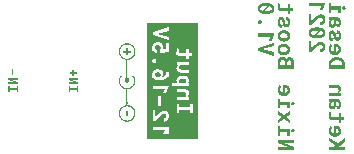
<source format=gbo>
G04*
G04 #@! TF.GenerationSoftware,Altium Limited,Altium Designer,21.6.1 (37)*
G04*
G04 Layer_Color=32896*
%FSLAX25Y25*%
%MOIN*%
G70*
G04*
G04 #@! TF.SameCoordinates,EE309F7F-E528-4661-BA6D-D9C948015DE1*
G04*
G04*
G04 #@! TF.FilePolarity,Positive*
G04*
G01*
G75*
G36*
X57328Y51805D02*
X57779D01*
Y51730D01*
X58079D01*
Y51655D01*
X58155D01*
Y51579D01*
X58380D01*
Y51504D01*
X58455D01*
Y51429D01*
X58606D01*
Y51354D01*
X58681D01*
Y51279D01*
X58831D01*
Y51128D01*
X58982D01*
Y51053D01*
X59057D01*
Y50978D01*
X59132D01*
Y50828D01*
X59207D01*
Y50753D01*
X59282D01*
Y50677D01*
X59358D01*
Y50527D01*
X59433D01*
Y50377D01*
X59508D01*
Y50226D01*
X59583D01*
Y50076D01*
X59658D01*
Y49850D01*
X59733D01*
Y49249D01*
X59808D01*
Y48873D01*
X59733D01*
Y48347D01*
X59658D01*
Y48121D01*
X59583D01*
Y47971D01*
X59508D01*
Y47745D01*
X59433D01*
Y47595D01*
X59358D01*
Y47520D01*
X59282D01*
Y47445D01*
X59207D01*
Y47370D01*
X59132D01*
Y47219D01*
X59057D01*
Y47144D01*
X58982D01*
Y47069D01*
X58906D01*
Y46994D01*
X58756D01*
Y46918D01*
X58681D01*
Y46843D01*
X58606D01*
Y46768D01*
X58530D01*
Y46693D01*
X58380D01*
Y46618D01*
X58230D01*
Y46543D01*
X58079D01*
Y46467D01*
X57854D01*
Y46392D01*
X57403D01*
Y46317D01*
X57177D01*
Y46242D01*
X57102D01*
Y40303D01*
X57328D01*
Y40228D01*
X57403D01*
Y40152D01*
X57553D01*
Y40077D01*
X57628D01*
Y39927D01*
X57704D01*
Y39701D01*
X57779D01*
Y39325D01*
X57704D01*
Y39100D01*
X57628D01*
Y38950D01*
X57553D01*
Y38875D01*
X57403D01*
Y38799D01*
X57177D01*
Y38724D01*
X57102D01*
Y38649D01*
X56877D01*
Y38724D01*
X56651D01*
Y38799D01*
X56501D01*
Y38875D01*
X56425D01*
Y38950D01*
X56350D01*
Y39025D01*
X56275D01*
Y39100D01*
X56200D01*
Y39927D01*
X56275D01*
Y40002D01*
X56350D01*
Y40077D01*
X56425D01*
Y40152D01*
X56501D01*
Y40228D01*
X56651D01*
Y40378D01*
X56726D01*
Y46091D01*
X56651D01*
Y46167D01*
X56726D01*
Y46242D01*
X56651D01*
Y46317D01*
X56576D01*
Y46392D01*
X56200D01*
Y46467D01*
X55975D01*
Y46543D01*
X55899D01*
Y46618D01*
X55749D01*
Y46693D01*
X55599D01*
Y46768D01*
X55448D01*
Y46843D01*
X55298D01*
Y46918D01*
X55223D01*
Y46994D01*
X55147D01*
Y47069D01*
X55072D01*
Y47144D01*
X54997D01*
Y47219D01*
X54922D01*
Y47294D01*
X54847D01*
Y47445D01*
X54772D01*
Y47520D01*
X54697D01*
Y47670D01*
X54621D01*
Y47821D01*
X54546D01*
Y47971D01*
X54471D01*
Y48121D01*
X54396D01*
Y48422D01*
X54321D01*
Y48948D01*
X54245D01*
Y49249D01*
X54321D01*
Y49775D01*
X54396D01*
Y50076D01*
X54471D01*
Y50226D01*
X54546D01*
Y50377D01*
X54621D01*
Y50527D01*
X54697D01*
Y50677D01*
X54772D01*
Y50753D01*
X54847D01*
Y50828D01*
X54922D01*
Y50903D01*
X54997D01*
Y51053D01*
X55147D01*
Y51128D01*
X55223D01*
Y51204D01*
X55298D01*
Y51279D01*
X55373D01*
Y51354D01*
X55448D01*
Y51429D01*
X55599D01*
Y51504D01*
X55749D01*
Y51579D01*
X55975D01*
Y51655D01*
X56050D01*
Y51730D01*
X56275D01*
Y51805D01*
X56651D01*
Y51880D01*
X57328D01*
Y51805D01*
D02*
G37*
G36*
X59282Y40754D02*
X59358D01*
Y40679D01*
X59433D01*
Y40528D01*
X59508D01*
Y40378D01*
X59583D01*
Y40228D01*
X59658D01*
Y40002D01*
X59733D01*
Y39476D01*
X59808D01*
Y39100D01*
X59733D01*
Y38499D01*
X59658D01*
Y38348D01*
X59583D01*
Y38123D01*
X59508D01*
Y37972D01*
X59433D01*
Y37822D01*
X59358D01*
Y37747D01*
X59282D01*
Y37596D01*
X59207D01*
Y37521D01*
X59132D01*
Y37446D01*
X59057D01*
Y37371D01*
X58982D01*
Y37296D01*
X58906D01*
Y37221D01*
X58831D01*
Y37145D01*
X58756D01*
Y37070D01*
X58681D01*
Y36995D01*
X58606D01*
Y36920D01*
X58455D01*
Y36845D01*
X58305D01*
Y36770D01*
X58155D01*
Y36694D01*
X57929D01*
Y36619D01*
X57704D01*
Y36544D01*
X57403D01*
Y36469D01*
X57102D01*
Y32259D01*
X57177D01*
Y31507D01*
X57102D01*
Y31432D01*
X57177D01*
Y31282D01*
X57328D01*
Y31206D01*
X57628D01*
Y31131D01*
X57929D01*
Y31056D01*
X58155D01*
Y30981D01*
X58305D01*
Y30906D01*
X58380D01*
Y30830D01*
X58530D01*
Y30755D01*
X58681D01*
Y30680D01*
X58756D01*
Y30605D01*
X58831D01*
Y30530D01*
X58982D01*
Y30455D01*
X59057D01*
Y30304D01*
X59132D01*
Y30229D01*
X59207D01*
Y30154D01*
X59282D01*
Y30003D01*
X59358D01*
Y29928D01*
X59433D01*
Y29778D01*
X59508D01*
Y29628D01*
X59583D01*
Y29402D01*
X59658D01*
Y29252D01*
X59733D01*
Y28650D01*
X59808D01*
Y28425D01*
X59733D01*
Y28350D01*
X59808D01*
Y28274D01*
X59733D01*
Y27748D01*
X59658D01*
Y27523D01*
X59583D01*
Y27372D01*
X59508D01*
Y27147D01*
X59433D01*
Y26996D01*
X59358D01*
Y26921D01*
X59282D01*
Y26846D01*
X59207D01*
Y26696D01*
X59132D01*
Y26621D01*
X59057D01*
Y26545D01*
X58982D01*
Y26470D01*
X58906D01*
Y26395D01*
X58831D01*
Y26320D01*
X58756D01*
Y26245D01*
X58681D01*
Y26169D01*
X58530D01*
Y26094D01*
X58455D01*
Y26019D01*
X58230D01*
Y25944D01*
X58079D01*
Y25869D01*
X57779D01*
Y25793D01*
X57704D01*
Y25718D01*
X56350D01*
Y25793D01*
X56200D01*
Y25869D01*
X55975D01*
Y25944D01*
X55749D01*
Y26019D01*
X55674D01*
Y26094D01*
X55523D01*
Y26169D01*
X55448D01*
Y26245D01*
X55298D01*
Y26320D01*
X55223D01*
Y26395D01*
X55147D01*
Y26470D01*
X55072D01*
Y26545D01*
X54997D01*
Y26621D01*
X54922D01*
Y26696D01*
X54847D01*
Y26771D01*
X54772D01*
Y26921D01*
X54697D01*
Y27072D01*
X54621D01*
Y27222D01*
X54546D01*
Y27372D01*
X54471D01*
Y27523D01*
X54396D01*
Y27823D01*
X54321D01*
Y28350D01*
X54245D01*
Y28575D01*
X54321D01*
Y29101D01*
X54396D01*
Y29477D01*
X54471D01*
Y29628D01*
X54546D01*
Y29778D01*
X54621D01*
Y29928D01*
X54697D01*
Y30003D01*
X54772D01*
Y30154D01*
X54847D01*
Y30229D01*
X54922D01*
Y30304D01*
X54997D01*
Y30379D01*
X55072D01*
Y30455D01*
X55147D01*
Y30530D01*
X55223D01*
Y30605D01*
X55298D01*
Y30680D01*
X55373D01*
Y30755D01*
X55523D01*
Y30830D01*
X55674D01*
Y30906D01*
X55749D01*
Y30981D01*
X55899D01*
Y31056D01*
X56200D01*
Y31131D01*
X56425D01*
Y31206D01*
X56651D01*
Y31282D01*
X56726D01*
Y36469D01*
X56651D01*
Y36544D01*
X56275D01*
Y36619D01*
X56200D01*
Y36694D01*
X55975D01*
Y36770D01*
X55749D01*
Y36845D01*
X55599D01*
Y36920D01*
X55523D01*
Y36995D01*
X55448D01*
Y37070D01*
X55298D01*
Y37145D01*
X55223D01*
Y37221D01*
X55147D01*
Y37296D01*
X55072D01*
Y37371D01*
X54997D01*
Y37446D01*
X54922D01*
Y37521D01*
X54847D01*
Y37596D01*
X54772D01*
Y37747D01*
X54697D01*
Y37897D01*
X54621D01*
Y37972D01*
X54546D01*
Y38123D01*
X54471D01*
Y38273D01*
X54396D01*
Y38649D01*
X54321D01*
Y39175D01*
X54245D01*
Y39401D01*
X54321D01*
Y39927D01*
X54396D01*
Y40228D01*
X54471D01*
Y40378D01*
X54546D01*
Y40528D01*
X54621D01*
Y40679D01*
X54697D01*
Y40829D01*
X55223D01*
Y40754D01*
X55147D01*
Y40679D01*
X55072D01*
Y40528D01*
X54997D01*
Y40453D01*
X54922D01*
Y40228D01*
X54847D01*
Y40152D01*
X54772D01*
Y39927D01*
X54697D01*
Y39551D01*
X54621D01*
Y38950D01*
X54697D01*
Y38574D01*
X54772D01*
Y38348D01*
X54847D01*
Y38198D01*
X54922D01*
Y38123D01*
X54997D01*
Y37972D01*
X55072D01*
Y37822D01*
X55147D01*
Y37747D01*
X55223D01*
Y37672D01*
X55298D01*
Y37596D01*
X55373D01*
Y37521D01*
X55448D01*
Y37446D01*
X55523D01*
Y37371D01*
X55674D01*
Y37296D01*
X55824D01*
Y37221D01*
X55899D01*
Y37145D01*
X56050D01*
Y37070D01*
X56275D01*
Y36995D01*
X56576D01*
Y36920D01*
X56952D01*
Y36845D01*
X57177D01*
Y36920D01*
X57553D01*
Y36995D01*
X57779D01*
Y37070D01*
X58004D01*
Y37145D01*
X58155D01*
Y37221D01*
X58230D01*
Y37296D01*
X58380D01*
Y37371D01*
X58455D01*
Y37446D01*
X58606D01*
Y37596D01*
X58756D01*
Y37672D01*
X58831D01*
Y37747D01*
X58906D01*
Y37897D01*
X58982D01*
Y37972D01*
X59057D01*
Y38048D01*
X59132D01*
Y38273D01*
X59207D01*
Y38423D01*
X59282D01*
Y38574D01*
X59358D01*
Y38799D01*
X59433D01*
Y39701D01*
X59358D01*
Y40002D01*
X59282D01*
Y40077D01*
X59207D01*
Y40303D01*
X59132D01*
Y40378D01*
X59057D01*
Y40604D01*
X58906D01*
Y40754D01*
X58831D01*
Y40829D01*
X59282D01*
Y40754D01*
D02*
G37*
G36*
X104198Y65191D02*
X104374Y65181D01*
X104531Y65163D01*
X104661Y65144D01*
X104772Y65117D01*
X104855Y65098D01*
X104911Y65089D01*
X104929Y65080D01*
X105068Y65034D01*
X105197Y64978D01*
X105317Y64913D01*
X105410Y64858D01*
X105493Y64811D01*
X105549Y64765D01*
X105586Y64737D01*
X105595Y64728D01*
X105687Y64636D01*
X105771Y64543D01*
X105835Y64451D01*
X105891Y64368D01*
X105937Y64284D01*
X105965Y64229D01*
X105983Y64192D01*
X105993Y64173D01*
X106039Y64053D01*
X106076Y63924D01*
X106095Y63803D01*
X106113Y63683D01*
X106122Y63591D01*
X106131Y63507D01*
Y63442D01*
X106122Y63295D01*
X106113Y63156D01*
X106085Y63036D01*
X106067Y62924D01*
X106039Y62832D01*
X106011Y62767D01*
X106002Y62730D01*
X105993Y62712D01*
X105937Y62591D01*
X105872Y62490D01*
X105808Y62397D01*
X105743Y62314D01*
X105687Y62249D01*
X105641Y62194D01*
X105604Y62166D01*
X105595Y62157D01*
X105493Y62083D01*
X105382Y62009D01*
X105271Y61953D01*
X105160Y61907D01*
X105068Y61861D01*
X104994Y61833D01*
X104947Y61824D01*
X104938Y61814D01*
X104929D01*
X104772Y61778D01*
X104614Y61750D01*
X104457Y61722D01*
X104318Y61713D01*
X104189Y61703D01*
X104096Y61694D01*
X104060D01*
X104032D01*
X104013D01*
X104004D01*
X102718D01*
X102533Y61703D01*
X102357Y61713D01*
X102200Y61731D01*
X102071Y61759D01*
X101960Y61778D01*
X101876Y61796D01*
X101821Y61805D01*
X101812Y61814D01*
X101803D01*
X101664Y61870D01*
X101534Y61926D01*
X101414Y61981D01*
X101321Y62037D01*
X101238Y62092D01*
X101183Y62129D01*
X101146Y62157D01*
X101137Y62166D01*
X101044Y62258D01*
X100961Y62351D01*
X100887Y62444D01*
X100831Y62527D01*
X100785Y62610D01*
X100757Y62665D01*
X100739Y62703D01*
X100730Y62721D01*
X100683Y62841D01*
X100655Y62971D01*
X100628Y63091D01*
X100619Y63211D01*
X100609Y63304D01*
X100600Y63387D01*
Y63452D01*
X100609Y63600D01*
X100619Y63739D01*
X100637Y63859D01*
X100665Y63970D01*
X100692Y64062D01*
X100711Y64127D01*
X100720Y64164D01*
X100730Y64183D01*
X100785Y64303D01*
X100850Y64404D01*
X100924Y64497D01*
X100988Y64580D01*
X101044Y64645D01*
X101090Y64691D01*
X101127Y64719D01*
X101137Y64728D01*
X101238Y64811D01*
X101358Y64885D01*
X101470Y64941D01*
X101571Y64987D01*
X101664Y65034D01*
X101738Y65061D01*
X101784Y65070D01*
X101803Y65080D01*
X101960Y65117D01*
X102117Y65154D01*
X102265Y65172D01*
X102413Y65181D01*
X102533Y65191D01*
X102635Y65200D01*
X102672D01*
X102700D01*
X102709D01*
X102718D01*
X104004D01*
X104198Y65191D01*
D02*
G37*
G36*
X108152Y65098D02*
X108142Y65043D01*
X108124Y64987D01*
X108115Y64950D01*
Y64932D01*
X108105Y64858D01*
X108087Y64793D01*
X108078Y64737D01*
Y64719D01*
X108068Y64636D01*
X108059Y64562D01*
X108050Y64497D01*
Y64478D01*
X108041Y64395D01*
Y64247D01*
X108050Y64127D01*
X108059Y64034D01*
X108068Y63998D01*
Y63979D01*
X108078Y63960D01*
Y63951D01*
X108115Y63859D01*
X108152Y63794D01*
X108189Y63748D01*
X108198Y63729D01*
X108272Y63665D01*
X108355Y63618D01*
X108411Y63591D01*
X108429Y63581D01*
X108438D01*
X108559Y63554D01*
X108679Y63544D01*
X108725Y63535D01*
X108762D01*
X108790D01*
X108799D01*
X110520D01*
Y65024D01*
X111278D01*
Y63535D01*
X112259D01*
Y62508D01*
X111278D01*
Y61593D01*
X110520D01*
Y62508D01*
X108697D01*
X108559Y62517D01*
X108429Y62527D01*
X108309Y62545D01*
X108216Y62564D01*
X108133Y62582D01*
X108078Y62591D01*
X108031Y62610D01*
X108022D01*
X107920Y62656D01*
X107828Y62703D01*
X107745Y62749D01*
X107680Y62795D01*
X107624Y62832D01*
X107587Y62869D01*
X107560Y62888D01*
X107550Y62897D01*
X107439Y63054D01*
X107356Y63202D01*
X107328Y63267D01*
X107310Y63313D01*
X107291Y63350D01*
Y63359D01*
X107245Y63563D01*
X107227Y63665D01*
X107217Y63757D01*
Y63840D01*
X107208Y63905D01*
Y64081D01*
X107217Y64192D01*
Y64238D01*
X107227Y64275D01*
Y64303D01*
X107245Y64432D01*
X107254Y64534D01*
X107264Y64580D01*
X107273Y64608D01*
Y64636D01*
X107291Y64756D01*
X107310Y64858D01*
X107319Y64895D01*
X107328Y64922D01*
X107338Y64941D01*
Y64950D01*
X107375Y65052D01*
X107412Y65135D01*
X107439Y65181D01*
X107449Y65200D01*
X108152Y65098D01*
D02*
G37*
G36*
X101368Y59613D02*
X101451Y59595D01*
X101506Y59576D01*
X101516Y59567D01*
X101525D01*
X101618Y59530D01*
X101682Y59483D01*
X101728Y59447D01*
X101747Y59428D01*
X101812Y59354D01*
X101849Y59280D01*
X101876Y59224D01*
X101886Y59206D01*
Y59197D01*
X101923Y59095D01*
X101932Y59003D01*
X101941Y58956D01*
Y58901D01*
X101932Y58780D01*
X101913Y58688D01*
X101904Y58651D01*
X101895Y58632D01*
X101886Y58614D01*
Y58605D01*
X101849Y58512D01*
X101803Y58447D01*
X101766Y58401D01*
X101747Y58383D01*
X101673Y58318D01*
X101599Y58272D01*
X101543Y58244D01*
X101534Y58235D01*
X101525D01*
X101433Y58207D01*
X101349Y58198D01*
X101312Y58188D01*
X101294D01*
X101275D01*
X101266D01*
X101164Y58198D01*
X101081Y58216D01*
X101044D01*
X101016Y58226D01*
X101007Y58235D01*
X100998D01*
X100915Y58281D01*
X100850Y58327D01*
X100803Y58364D01*
X100785Y58383D01*
X100730Y58457D01*
X100692Y58531D01*
X100665Y58586D01*
X100655Y58596D01*
Y58605D01*
X100628Y58706D01*
X100609Y58799D01*
X100600Y58845D01*
Y58901D01*
X100609Y59021D01*
X100628Y59114D01*
X100637Y59150D01*
X100646Y59178D01*
X100655Y59188D01*
Y59197D01*
X100692Y59289D01*
X100739Y59363D01*
X100776Y59409D01*
X100785Y59428D01*
X100859Y59493D01*
X100924Y59530D01*
X100979Y59557D01*
X100988Y59567D01*
X100998D01*
X101090Y59604D01*
X101183Y59613D01*
X101220Y59622D01*
X101238D01*
X101257D01*
X101266D01*
X101368Y59613D01*
D02*
G37*
G36*
X108522Y60677D02*
X108614Y60668D01*
X108697Y60649D01*
X108771Y60621D01*
X108827Y60593D01*
X108873Y60575D01*
X108901Y60566D01*
X108910Y60557D01*
X109058Y60445D01*
X109114Y60390D01*
X109169Y60334D01*
X109215Y60279D01*
X109243Y60242D01*
X109262Y60214D01*
X109271Y60205D01*
X109373Y60029D01*
X109410Y59937D01*
X109447Y59854D01*
X109474Y59780D01*
X109493Y59724D01*
X109511Y59687D01*
Y59668D01*
X109576Y59428D01*
X109595Y59317D01*
X109622Y59215D01*
X109641Y59123D01*
X109650Y59058D01*
X109659Y59012D01*
Y58993D01*
X109678Y58901D01*
X109687Y58827D01*
X109706Y58753D01*
X109715Y58688D01*
X109724Y58642D01*
X109733Y58605D01*
X109743Y58586D01*
Y58577D01*
X109780Y58466D01*
X109817Y58392D01*
X109844Y58337D01*
X109854Y58327D01*
Y58318D01*
X109900Y58262D01*
X109946Y58216D01*
X109983Y58198D01*
X109992Y58188D01*
X110057Y58170D01*
X110103Y58161D01*
X110140Y58152D01*
X110159D01*
X110233Y58161D01*
X110288Y58179D01*
X110390Y58244D01*
X110427Y58281D01*
X110464Y58309D01*
X110473Y58327D01*
X110483Y58337D01*
X110529Y58411D01*
X110557Y58503D01*
X110594Y58679D01*
X110603Y58762D01*
X110612Y58827D01*
Y58882D01*
X110603Y59012D01*
X110584Y59132D01*
X110566Y59224D01*
X110538Y59308D01*
X110501Y59373D01*
X110483Y59409D01*
X110464Y59437D01*
X110455Y59447D01*
X110390Y59511D01*
X110325Y59557D01*
X110261Y59595D01*
X110205Y59613D01*
X110150Y59632D01*
X110103Y59641D01*
X110076D01*
X110066D01*
Y60668D01*
X110168Y60658D01*
X110261Y60649D01*
X110353Y60631D01*
X110427Y60612D01*
X110492Y60584D01*
X110538Y60566D01*
X110566Y60557D01*
X110575Y60547D01*
X110658Y60501D01*
X110742Y60445D01*
X110806Y60381D01*
X110871Y60325D01*
X110917Y60279D01*
X110954Y60233D01*
X110973Y60205D01*
X110982Y60196D01*
X111047Y60103D01*
X111102Y60011D01*
X111149Y59918D01*
X111186Y59826D01*
X111213Y59752D01*
X111232Y59687D01*
X111250Y59650D01*
Y59632D01*
X111287Y59502D01*
X111306Y59373D01*
X111324Y59252D01*
X111343Y59132D01*
Y59030D01*
X111352Y58956D01*
Y58734D01*
X111334Y58605D01*
X111324Y58475D01*
X111306Y58373D01*
X111287Y58281D01*
X111269Y58216D01*
X111260Y58179D01*
X111250Y58161D01*
X111213Y58050D01*
X111167Y57948D01*
X111121Y57855D01*
X111084Y57772D01*
X111047Y57708D01*
X111010Y57661D01*
X110991Y57634D01*
X110982Y57624D01*
X110917Y57550D01*
X110853Y57476D01*
X110788Y57421D01*
X110723Y57375D01*
X110668Y57328D01*
X110621Y57301D01*
X110594Y57291D01*
X110584Y57282D01*
X110501Y57245D01*
X110418Y57217D01*
X110335Y57190D01*
X110270Y57180D01*
X110205Y57171D01*
X110159Y57162D01*
X110122D01*
X110113D01*
X110020Y57171D01*
X109937Y57180D01*
X109863Y57199D01*
X109789Y57217D01*
X109733Y57236D01*
X109696Y57254D01*
X109669Y57273D01*
X109659D01*
X109521Y57375D01*
X109419Y57476D01*
X109373Y57522D01*
X109345Y57560D01*
X109326Y57587D01*
X109317Y57596D01*
X109215Y57763D01*
X109169Y57846D01*
X109132Y57929D01*
X109104Y57994D01*
X109077Y58050D01*
X109067Y58087D01*
X109058Y58096D01*
X108984Y58318D01*
X108956Y58429D01*
X108929Y58531D01*
X108910Y58614D01*
X108892Y58688D01*
X108882Y58725D01*
Y58744D01*
X108864Y58845D01*
X108845Y58929D01*
X108827Y59012D01*
X108818Y59076D01*
X108799Y59123D01*
X108790Y59169D01*
X108781Y59188D01*
Y59197D01*
X108744Y59317D01*
X108707Y59419D01*
X108697Y59447D01*
X108679Y59474D01*
X108670Y59483D01*
Y59493D01*
X108623Y59567D01*
X108577Y59613D01*
X108540Y59632D01*
X108531Y59641D01*
X108475Y59668D01*
X108429Y59678D01*
X108392Y59687D01*
X108374D01*
X108309Y59678D01*
X108244Y59659D01*
X108189Y59622D01*
X108142Y59585D01*
X108105Y59548D01*
X108078Y59511D01*
X108068Y59493D01*
X108059Y59483D01*
X108022Y59400D01*
X107994Y59308D01*
X107957Y59123D01*
X107948Y59039D01*
X107939Y58975D01*
Y58910D01*
X107948Y58790D01*
X107957Y58688D01*
Y58642D01*
X107967Y58614D01*
Y58586D01*
X108004Y58475D01*
X108041Y58383D01*
X108050Y58346D01*
X108068Y58318D01*
X108078Y58309D01*
Y58299D01*
X108142Y58216D01*
X108198Y58152D01*
X108244Y58114D01*
X108263Y58096D01*
X108355Y58050D01*
X108448Y58031D01*
X108494Y58022D01*
X108522Y58013D01*
X108540D01*
X108549D01*
Y57032D01*
X108457Y57042D01*
X108364Y57051D01*
X108281Y57069D01*
X108207Y57097D01*
X108152Y57116D01*
X108105Y57134D01*
X108068Y57143D01*
X108059Y57152D01*
X107976Y57199D01*
X107893Y57254D01*
X107819Y57319D01*
X107754Y57375D01*
X107698Y57421D01*
X107661Y57467D01*
X107634Y57495D01*
X107624Y57504D01*
X107560Y57596D01*
X107495Y57698D01*
X107449Y57791D01*
X107402Y57883D01*
X107365Y57967D01*
X107338Y58031D01*
X107328Y58068D01*
X107319Y58087D01*
X107282Y58216D01*
X107254Y58355D01*
X107236Y58494D01*
X107227Y58614D01*
X107217Y58725D01*
X107208Y58808D01*
Y59030D01*
X107217Y59178D01*
X107236Y59298D01*
X107254Y59409D01*
X107264Y59502D01*
X107282Y59576D01*
X107291Y59613D01*
Y59632D01*
X107328Y59752D01*
X107365Y59863D01*
X107412Y59955D01*
X107449Y60039D01*
X107486Y60103D01*
X107513Y60159D01*
X107532Y60186D01*
X107541Y60196D01*
X107606Y60279D01*
X107671Y60353D01*
X107735Y60409D01*
X107800Y60464D01*
X107846Y60501D01*
X107893Y60529D01*
X107920Y60547D01*
X107930Y60557D01*
X108013Y60603D01*
X108096Y60631D01*
X108179Y60658D01*
X108263Y60668D01*
X108327Y60677D01*
X108374Y60686D01*
X108411D01*
X108420D01*
X108522Y60677D01*
D02*
G37*
G36*
X106058Y55071D02*
X105207Y52731D01*
X104309D01*
X104799Y54091D01*
X100674D01*
Y55127D01*
X106058D01*
Y55071D01*
D02*
G37*
G36*
X109474Y56191D02*
X109622Y56181D01*
X109761Y56163D01*
X109881Y56135D01*
X109983Y56107D01*
X110057Y56089D01*
X110103Y56080D01*
X110122Y56070D01*
X110261Y56024D01*
X110381Y55959D01*
X110492Y55904D01*
X110584Y55839D01*
X110658Y55783D01*
X110723Y55737D01*
X110760Y55709D01*
X110769Y55700D01*
X110871Y55608D01*
X110954Y55506D01*
X111028Y55404D01*
X111084Y55312D01*
X111130Y55229D01*
X111167Y55164D01*
X111186Y55127D01*
X111195Y55108D01*
X111250Y54970D01*
X111287Y54840D01*
X111315Y54701D01*
X111334Y54581D01*
X111343Y54470D01*
X111352Y54387D01*
Y54313D01*
X111343Y54146D01*
X111324Y53998D01*
X111306Y53860D01*
X111278Y53739D01*
X111241Y53647D01*
X111223Y53573D01*
X111204Y53527D01*
X111195Y53508D01*
X111130Y53378D01*
X111065Y53268D01*
X110991Y53166D01*
X110927Y53083D01*
X110862Y53009D01*
X110816Y52962D01*
X110779Y52925D01*
X110769Y52916D01*
X110658Y52833D01*
X110547Y52759D01*
X110446Y52694D01*
X110344Y52639D01*
X110251Y52601D01*
X110187Y52574D01*
X110140Y52555D01*
X110122Y52546D01*
X109983Y52509D01*
X109844Y52481D01*
X109706Y52454D01*
X109585Y52444D01*
X109474Y52435D01*
X109391Y52426D01*
X109336D01*
X109326D01*
X109317D01*
X109234D01*
X109077Y52435D01*
X108919Y52444D01*
X108790Y52463D01*
X108660Y52491D01*
X108559Y52509D01*
X108485Y52527D01*
X108438Y52537D01*
X108420Y52546D01*
X108290Y52601D01*
X108161Y52657D01*
X108050Y52722D01*
X107957Y52777D01*
X107883Y52833D01*
X107819Y52879D01*
X107782Y52907D01*
X107772Y52916D01*
X107680Y53009D01*
X107597Y53110D01*
X107523Y53212D01*
X107467Y53304D01*
X107421Y53388D01*
X107384Y53452D01*
X107365Y53490D01*
X107356Y53508D01*
X107310Y53647D01*
X107273Y53786D01*
X107245Y53924D01*
X107227Y54045D01*
X107217Y54155D01*
X107208Y54239D01*
Y54313D01*
X107217Y54479D01*
X107236Y54627D01*
X107254Y54766D01*
X107282Y54886D01*
X107310Y54979D01*
X107338Y55053D01*
X107347Y55099D01*
X107356Y55117D01*
X107421Y55247D01*
X107486Y55358D01*
X107550Y55460D01*
X107624Y55543D01*
X107680Y55617D01*
X107726Y55663D01*
X107763Y55700D01*
X107772Y55709D01*
X107883Y55793D01*
X107994Y55867D01*
X108096Y55932D01*
X108198Y55978D01*
X108290Y56024D01*
X108355Y56052D01*
X108401Y56061D01*
X108420Y56070D01*
X108568Y56116D01*
X108707Y56144D01*
X108845Y56172D01*
X108966Y56181D01*
X109077Y56191D01*
X109160Y56200D01*
X109215D01*
X109225D01*
X109234D01*
X109317D01*
X109474Y56191D01*
D02*
G37*
G36*
Y51649D02*
X109622Y51639D01*
X109761Y51621D01*
X109881Y51593D01*
X109983Y51565D01*
X110057Y51547D01*
X110103Y51538D01*
X110122Y51529D01*
X110261Y51482D01*
X110381Y51417D01*
X110492Y51362D01*
X110584Y51297D01*
X110658Y51242D01*
X110723Y51196D01*
X110760Y51168D01*
X110769Y51158D01*
X110871Y51066D01*
X110954Y50964D01*
X111028Y50862D01*
X111084Y50770D01*
X111130Y50687D01*
X111167Y50622D01*
X111186Y50585D01*
X111195Y50567D01*
X111250Y50428D01*
X111287Y50298D01*
X111315Y50160D01*
X111334Y50039D01*
X111343Y49928D01*
X111352Y49845D01*
Y49771D01*
X111343Y49604D01*
X111324Y49457D01*
X111306Y49318D01*
X111278Y49198D01*
X111241Y49105D01*
X111223Y49031D01*
X111204Y48985D01*
X111195Y48966D01*
X111130Y48837D01*
X111065Y48726D01*
X110991Y48624D01*
X110927Y48541D01*
X110862Y48467D01*
X110816Y48421D01*
X110779Y48384D01*
X110769Y48374D01*
X110658Y48291D01*
X110547Y48217D01*
X110446Y48152D01*
X110344Y48097D01*
X110251Y48060D01*
X110187Y48032D01*
X110140Y48013D01*
X110122Y48004D01*
X109983Y47967D01*
X109844Y47940D01*
X109706Y47912D01*
X109585Y47903D01*
X109474Y47893D01*
X109391Y47884D01*
X109336D01*
X109326D01*
X109317D01*
X109234D01*
X109077Y47893D01*
X108919Y47903D01*
X108790Y47921D01*
X108660Y47949D01*
X108559Y47967D01*
X108485Y47986D01*
X108438Y47995D01*
X108420Y48004D01*
X108290Y48060D01*
X108161Y48115D01*
X108050Y48180D01*
X107957Y48235D01*
X107883Y48291D01*
X107819Y48337D01*
X107782Y48365D01*
X107772Y48374D01*
X107680Y48467D01*
X107597Y48568D01*
X107523Y48670D01*
X107467Y48763D01*
X107421Y48846D01*
X107384Y48911D01*
X107365Y48948D01*
X107356Y48966D01*
X107310Y49105D01*
X107273Y49244D01*
X107245Y49382D01*
X107227Y49503D01*
X107217Y49614D01*
X107208Y49697D01*
Y49771D01*
X107217Y49937D01*
X107236Y50086D01*
X107254Y50224D01*
X107282Y50345D01*
X107310Y50437D01*
X107338Y50511D01*
X107347Y50557D01*
X107356Y50576D01*
X107421Y50705D01*
X107486Y50816D01*
X107550Y50918D01*
X107624Y51001D01*
X107680Y51075D01*
X107726Y51121D01*
X107763Y51158D01*
X107772Y51168D01*
X107883Y51251D01*
X107994Y51325D01*
X108096Y51390D01*
X108198Y51436D01*
X108290Y51482D01*
X108355Y51510D01*
X108401Y51519D01*
X108420Y51529D01*
X108568Y51575D01*
X108707Y51603D01*
X108845Y51630D01*
X108966Y51639D01*
X109077Y51649D01*
X109160Y51658D01*
X109215D01*
X109225D01*
X109234D01*
X109317D01*
X109474Y51649D01*
D02*
G37*
G36*
X106058Y50835D02*
X102173Y49817D01*
X106058Y48809D01*
Y47662D01*
X100674Y49290D01*
Y50345D01*
X106058Y51982D01*
Y50835D01*
D02*
G37*
G36*
X109003Y47311D02*
X109067Y47301D01*
X109123Y47292D01*
X109178Y47283D01*
X109215Y47273D01*
X109234Y47264D01*
X109243D01*
X109382Y47218D01*
X109493Y47163D01*
X109539Y47135D01*
X109567Y47116D01*
X109585Y47107D01*
X109595Y47098D01*
X109706Y47005D01*
X109798Y46913D01*
X109835Y46876D01*
X109863Y46839D01*
X109872Y46820D01*
X109881Y46811D01*
X109955Y46681D01*
X110011Y46552D01*
X110029Y46496D01*
X110048Y46450D01*
X110057Y46422D01*
Y46413D01*
X110122Y46543D01*
X110196Y46663D01*
X110270Y46765D01*
X110344Y46839D01*
X110409Y46903D01*
X110464Y46950D01*
X110501Y46977D01*
X110510Y46987D01*
X110631Y47052D01*
X110751Y47107D01*
X110862Y47144D01*
X110964Y47163D01*
X111056Y47181D01*
X111130Y47190D01*
X111176D01*
X111195D01*
X111334Y47181D01*
X111454Y47172D01*
X111565Y47144D01*
X111657Y47126D01*
X111731Y47098D01*
X111796Y47070D01*
X111833Y47061D01*
X111842Y47052D01*
X111944Y46996D01*
X112037Y46931D01*
X112111Y46867D01*
X112175Y46802D01*
X112231Y46746D01*
X112268Y46700D01*
X112296Y46663D01*
X112305Y46654D01*
X112370Y46552D01*
X112425Y46450D01*
X112471Y46349D01*
X112508Y46256D01*
X112536Y46173D01*
X112555Y46108D01*
X112573Y46062D01*
Y46043D01*
X112629Y45766D01*
X112647Y45636D01*
X112656Y45507D01*
X112666Y45405D01*
Y43435D01*
X107282D01*
Y45562D01*
X107301Y45710D01*
X107310Y45840D01*
X107328Y45960D01*
X107347Y46053D01*
X107356Y46126D01*
X107375Y46173D01*
Y46191D01*
X107421Y46321D01*
X107467Y46441D01*
X107513Y46543D01*
X107560Y46635D01*
X107606Y46700D01*
X107643Y46755D01*
X107661Y46793D01*
X107671Y46802D01*
X107754Y46894D01*
X107837Y46968D01*
X107920Y47033D01*
X107994Y47089D01*
X108068Y47126D01*
X108124Y47153D01*
X108161Y47172D01*
X108170Y47181D01*
X108281Y47227D01*
X108401Y47264D01*
X108522Y47283D01*
X108623Y47301D01*
X108716Y47311D01*
X108790Y47320D01*
X108836D01*
X108855D01*
X109003Y47311D01*
D02*
G37*
G36*
X109548Y38042D02*
X109696Y38033D01*
X109835Y38014D01*
X109955Y37986D01*
X110048Y37959D01*
X110122Y37940D01*
X110168Y37931D01*
X110187Y37922D01*
X110316Y37876D01*
X110436Y37811D01*
X110538Y37755D01*
X110631Y37700D01*
X110705Y37644D01*
X110760Y37598D01*
X110797Y37570D01*
X110806Y37561D01*
X110899Y37468D01*
X110982Y37376D01*
X111047Y37274D01*
X111102Y37191D01*
X111149Y37108D01*
X111176Y37043D01*
X111195Y37006D01*
X111204Y36988D01*
X111250Y36858D01*
X111287Y36729D01*
X111315Y36599D01*
X111334Y36479D01*
X111343Y36377D01*
X111352Y36294D01*
Y36220D01*
X111343Y36072D01*
X111324Y35924D01*
X111306Y35794D01*
X111278Y35674D01*
X111241Y35581D01*
X111223Y35508D01*
X111204Y35461D01*
X111195Y35443D01*
X111130Y35313D01*
X111065Y35202D01*
X110991Y35091D01*
X110927Y35008D01*
X110862Y34934D01*
X110816Y34879D01*
X110779Y34841D01*
X110769Y34832D01*
X110668Y34740D01*
X110557Y34657D01*
X110446Y34592D01*
X110344Y34536D01*
X110261Y34490D01*
X110187Y34453D01*
X110140Y34435D01*
X110122Y34425D01*
X109974Y34379D01*
X109835Y34342D01*
X109696Y34323D01*
X109567Y34305D01*
X109456Y34296D01*
X109363Y34286D01*
X109308D01*
X109299D01*
X109289D01*
X109141D01*
X108993Y34296D01*
X108855Y34314D01*
X108725Y34333D01*
X108614Y34361D01*
X108512Y34388D01*
X108448Y34416D01*
X108401Y34425D01*
X108383Y34435D01*
X108253Y34499D01*
X108142Y34564D01*
X108031Y34629D01*
X107939Y34703D01*
X107865Y34758D01*
X107809Y34804D01*
X107772Y34841D01*
X107763Y34851D01*
X107671Y34953D01*
X107587Y35063D01*
X107523Y35175D01*
X107467Y35276D01*
X107421Y35369D01*
X107384Y35434D01*
X107365Y35480D01*
X107356Y35498D01*
X107310Y35646D01*
X107273Y35794D01*
X107245Y35933D01*
X107227Y36062D01*
X107217Y36173D01*
X107208Y36266D01*
Y36340D01*
X107217Y36553D01*
X107227Y36645D01*
X107245Y36729D01*
X107254Y36793D01*
X107264Y36840D01*
X107273Y36876D01*
Y36886D01*
X107319Y37071D01*
X107347Y37145D01*
X107375Y37219D01*
X107393Y37274D01*
X107412Y37311D01*
X107430Y37339D01*
Y37348D01*
X107513Y37496D01*
X107550Y37552D01*
X107587Y37607D01*
X107615Y37653D01*
X107643Y37681D01*
X107652Y37700D01*
X107661Y37709D01*
X107754Y37820D01*
X107846Y37894D01*
X107883Y37931D01*
X107902Y37949D01*
X107920Y37968D01*
X107930D01*
X108485Y37450D01*
X108411Y37385D01*
X108346Y37321D01*
X108300Y37265D01*
X108281Y37256D01*
Y37247D01*
X108226Y37154D01*
X108179Y37071D01*
X108161Y37034D01*
X108152Y37015D01*
X108142Y36997D01*
Y36988D01*
X108105Y36886D01*
X108078Y36793D01*
X108068Y36756D01*
Y36729D01*
X108059Y36710D01*
Y36701D01*
X108041Y36590D01*
X108031Y36497D01*
Y36405D01*
X108041Y36248D01*
X108050Y36183D01*
X108068Y36118D01*
X108078Y36072D01*
X108087Y36035D01*
X108096Y36007D01*
Y35998D01*
X108152Y35877D01*
X108216Y35776D01*
X108244Y35739D01*
X108263Y35711D01*
X108272Y35693D01*
X108281Y35683D01*
X108374Y35591D01*
X108466Y35517D01*
X108512Y35489D01*
X108540Y35471D01*
X108559Y35452D01*
X108568D01*
X108697Y35397D01*
X108827Y35359D01*
X108873Y35350D01*
X108910Y35341D01*
X108938Y35332D01*
X108947D01*
Y38051D01*
X109382D01*
X109548Y38042D01*
D02*
G37*
G36*
X112388Y32372D02*
X112471Y32353D01*
X112536Y32326D01*
X112592Y32298D01*
X112638Y32270D01*
X112666Y32242D01*
X112684Y32224D01*
X112693Y32214D01*
X112749Y32150D01*
X112786Y32085D01*
X112814Y32011D01*
X112832Y31946D01*
X112841Y31881D01*
X112851Y31835D01*
Y31789D01*
X112841Y31687D01*
X112832Y31613D01*
X112814Y31558D01*
X112804Y31549D01*
Y31539D01*
X112767Y31465D01*
X112740Y31410D01*
X112703Y31373D01*
X112693Y31354D01*
X112638Y31308D01*
X112582Y31271D01*
X112545Y31243D01*
X112536Y31234D01*
X112527D01*
X112453Y31216D01*
X112379Y31206D01*
X112323Y31197D01*
X112314D01*
X112305D01*
X112222Y31206D01*
X112148Y31216D01*
X112101Y31225D01*
X112092Y31234D01*
X112083D01*
X112009Y31271D01*
X111953Y31308D01*
X111916Y31345D01*
X111907Y31354D01*
X111861Y31419D01*
X111824Y31475D01*
X111805Y31521D01*
X111796Y31539D01*
X111778Y31622D01*
X111768Y31706D01*
X111759Y31771D01*
Y31789D01*
X111768Y31881D01*
X111787Y31965D01*
X111805Y32039D01*
X111833Y32103D01*
X111861Y32150D01*
X111889Y32187D01*
X111898Y32205D01*
X111907Y32214D01*
X111972Y32270D01*
X112037Y32307D01*
X112101Y32344D01*
X112166Y32362D01*
X112222Y32372D01*
X112268Y32381D01*
X112296D01*
X112305D01*
X112388Y32372D01*
D02*
G37*
G36*
X108115Y32307D02*
X111278D01*
Y30124D01*
X110436D01*
Y31271D01*
X108115D01*
Y30124D01*
X107282D01*
Y33389D01*
X108115D01*
Y32307D01*
D02*
G37*
G36*
X109317Y27784D02*
X111278Y29134D01*
Y28024D01*
X110029Y27145D01*
X111278Y26276D01*
Y25175D01*
X109317Y26507D01*
X107282Y25120D01*
Y26230D01*
X108586Y27145D01*
X107282Y28071D01*
Y29180D01*
X109317Y27784D01*
D02*
G37*
G36*
X112388Y23288D02*
X112471Y23270D01*
X112536Y23242D01*
X112592Y23214D01*
X112638Y23187D01*
X112666Y23159D01*
X112684Y23140D01*
X112693Y23131D01*
X112749Y23066D01*
X112786Y23001D01*
X112814Y22928D01*
X112832Y22863D01*
X112841Y22798D01*
X112851Y22752D01*
Y22705D01*
X112841Y22604D01*
X112832Y22530D01*
X112814Y22474D01*
X112804Y22465D01*
Y22456D01*
X112767Y22382D01*
X112740Y22326D01*
X112703Y22289D01*
X112693Y22271D01*
X112638Y22224D01*
X112582Y22187D01*
X112545Y22160D01*
X112536Y22151D01*
X112527D01*
X112453Y22132D01*
X112379Y22123D01*
X112323Y22114D01*
X112314D01*
X112305D01*
X112222Y22123D01*
X112148Y22132D01*
X112101Y22141D01*
X112092Y22151D01*
X112083D01*
X112009Y22187D01*
X111953Y22224D01*
X111916Y22262D01*
X111907Y22271D01*
X111861Y22335D01*
X111824Y22391D01*
X111805Y22437D01*
X111796Y22456D01*
X111778Y22539D01*
X111768Y22622D01*
X111759Y22687D01*
Y22705D01*
X111768Y22798D01*
X111787Y22881D01*
X111805Y22955D01*
X111833Y23020D01*
X111861Y23066D01*
X111889Y23103D01*
X111898Y23122D01*
X111907Y23131D01*
X111972Y23187D01*
X112037Y23223D01*
X112101Y23260D01*
X112166Y23279D01*
X112222Y23288D01*
X112268Y23298D01*
X112296D01*
X112305D01*
X112388Y23288D01*
D02*
G37*
G36*
X108115Y23223D02*
X111278D01*
Y21041D01*
X110436D01*
Y22187D01*
X108115D01*
Y21041D01*
X107282D01*
Y24306D01*
X108115D01*
Y23223D01*
D02*
G37*
G36*
X112666Y18700D02*
X109206D01*
X112666Y17211D01*
Y16166D01*
X107282D01*
Y17211D01*
X110751D01*
X107282Y18710D01*
Y19746D01*
X112666D01*
Y18700D01*
D02*
G37*
G36*
X129388Y64173D02*
X129472Y64155D01*
X129536Y64127D01*
X129592Y64099D01*
X129638Y64072D01*
X129666Y64044D01*
X129684Y64025D01*
X129693Y64016D01*
X129749Y63951D01*
X129786Y63886D01*
X129814Y63813D01*
X129832Y63748D01*
X129841Y63683D01*
X129851Y63637D01*
Y63591D01*
X129841Y63489D01*
X129832Y63415D01*
X129814Y63359D01*
X129805Y63350D01*
Y63341D01*
X129768Y63267D01*
X129740Y63211D01*
X129703Y63174D01*
X129693Y63156D01*
X129638Y63109D01*
X129583Y63073D01*
X129545Y63045D01*
X129536Y63036D01*
X129527D01*
X129453Y63017D01*
X129379Y63008D01*
X129323Y62998D01*
X129314D01*
X129305D01*
X129222Y63008D01*
X129148Y63017D01*
X129102Y63026D01*
X129092Y63036D01*
X129083D01*
X129009Y63073D01*
X128954Y63109D01*
X128917Y63147D01*
X128907Y63156D01*
X128861Y63221D01*
X128824Y63276D01*
X128805Y63322D01*
X128796Y63341D01*
X128778Y63424D01*
X128769Y63507D01*
X128759Y63572D01*
Y63591D01*
X128769Y63683D01*
X128787Y63766D01*
X128805Y63840D01*
X128833Y63905D01*
X128861Y63951D01*
X128889Y63988D01*
X128898Y64007D01*
X128907Y64016D01*
X128972Y64072D01*
X129037Y64109D01*
X129102Y64145D01*
X129166Y64164D01*
X129222Y64173D01*
X129268Y64183D01*
X129296D01*
X129305D01*
X129388Y64173D01*
D02*
G37*
G36*
X123057Y65144D02*
X122206Y62804D01*
X121309D01*
X121800Y64164D01*
X117674D01*
Y65200D01*
X123057D01*
Y65144D01*
D02*
G37*
G36*
X125115Y64109D02*
X128278D01*
Y61926D01*
X127436D01*
Y63073D01*
X125115D01*
Y61926D01*
X124282D01*
Y65191D01*
X125115D01*
Y64109D01*
D02*
G37*
G36*
X118497Y59298D02*
X119570Y60316D01*
X119764Y60501D01*
X119848Y60575D01*
X119922Y60649D01*
X119986Y60704D01*
X120042Y60751D01*
X120070Y60778D01*
X120079Y60788D01*
X120264Y60936D01*
X120338Y61001D01*
X120412Y61056D01*
X120477Y61093D01*
X120523Y61130D01*
X120551Y61149D01*
X120560Y61158D01*
X120736Y61260D01*
X120819Y61306D01*
X120893Y61334D01*
X120949Y61361D01*
X121004Y61380D01*
X121032Y61398D01*
X121041D01*
X121226Y61444D01*
X121309Y61463D01*
X121393Y61472D01*
X121457Y61481D01*
X121503D01*
X121540D01*
X121550D01*
X121679D01*
X121800Y61463D01*
X121911Y61444D01*
X122003Y61426D01*
X122077Y61408D01*
X122142Y61389D01*
X122179Y61380D01*
X122188Y61370D01*
X122299Y61324D01*
X122391Y61278D01*
X122475Y61222D01*
X122549Y61167D01*
X122604Y61121D01*
X122651Y61084D01*
X122678Y61056D01*
X122687Y61047D01*
X122761Y60963D01*
X122826Y60871D01*
X122882Y60788D01*
X122928Y60695D01*
X122965Y60621D01*
X122993Y60566D01*
X123002Y60529D01*
X123011Y60510D01*
X123048Y60390D01*
X123085Y60270D01*
X123104Y60140D01*
X123113Y60029D01*
X123122Y59937D01*
X123132Y59854D01*
Y59789D01*
X123122Y59632D01*
X123113Y59483D01*
X123085Y59345D01*
X123067Y59234D01*
X123039Y59141D01*
X123011Y59067D01*
X123002Y59021D01*
X122993Y59003D01*
X122937Y58873D01*
X122872Y58762D01*
X122808Y58660D01*
X122752Y58568D01*
X122697Y58503D01*
X122651Y58447D01*
X122623Y58411D01*
X122614Y58401D01*
X122521Y58309D01*
X122429Y58235D01*
X122327Y58170D01*
X122243Y58114D01*
X122160Y58068D01*
X122105Y58040D01*
X122068Y58022D01*
X122049Y58013D01*
X121929Y57967D01*
X121809Y57939D01*
X121698Y57911D01*
X121596Y57902D01*
X121503Y57893D01*
X121439Y57883D01*
X121393D01*
X121374D01*
Y58910D01*
X121522Y58919D01*
X121661Y58938D01*
X121772Y58975D01*
X121864Y59012D01*
X121938Y59049D01*
X121985Y59086D01*
X122021Y59104D01*
X122031Y59114D01*
X122114Y59206D01*
X122169Y59308D01*
X122216Y59409D01*
X122243Y59511D01*
X122262Y59604D01*
X122271Y59678D01*
Y59752D01*
X122262Y59863D01*
X122243Y59955D01*
X122234Y59992D01*
X122225Y60020D01*
X122216Y60029D01*
Y60039D01*
X122169Y60131D01*
X122123Y60205D01*
X122086Y60251D01*
X122077Y60270D01*
X122068D01*
X121994Y60334D01*
X121911Y60372D01*
X121855Y60399D01*
X121836Y60409D01*
X121827D01*
X121716Y60445D01*
X121615Y60455D01*
X121578Y60464D01*
X121540D01*
X121522D01*
X121513D01*
X121420Y60455D01*
X121337Y60445D01*
X121272Y60436D01*
X121263Y60427D01*
X121254D01*
X121152Y60390D01*
X121069Y60353D01*
X121032Y60325D01*
X121004Y60316D01*
X120985Y60298D01*
X120976D01*
X120865Y60224D01*
X120754Y60159D01*
X120708Y60122D01*
X120671Y60103D01*
X120652Y60085D01*
X120643Y60075D01*
X120504Y59965D01*
X120375Y59854D01*
X120329Y59807D01*
X120282Y59770D01*
X120255Y59742D01*
X120246Y59733D01*
X118368Y57985D01*
X117674D01*
Y61667D01*
X118497D01*
Y59298D01*
D02*
G37*
G36*
X124458Y60612D02*
X124578Y60575D01*
X124625Y60557D01*
X124662Y60547D01*
X124689Y60538D01*
X124698D01*
X124782Y60529D01*
X124874Y60519D01*
X124958Y60510D01*
X125050D01*
X125124Y60501D01*
X125180D01*
X125216D01*
X125235D01*
X126955D01*
X127076Y60492D01*
X127196Y60483D01*
X127298Y60464D01*
X127381Y60436D01*
X127455Y60409D01*
X127510Y60390D01*
X127548Y60381D01*
X127557Y60372D01*
X127649Y60316D01*
X127742Y60260D01*
X127816Y60205D01*
X127881Y60140D01*
X127927Y60094D01*
X127973Y60048D01*
X127991Y60020D01*
X128001Y60011D01*
X128112Y59826D01*
X128158Y59733D01*
X128195Y59650D01*
X128223Y59576D01*
X128241Y59521D01*
X128260Y59483D01*
Y59465D01*
X128315Y59234D01*
X128334Y59114D01*
X128343Y59012D01*
X128352Y58919D01*
Y58642D01*
X128334Y58512D01*
X128324Y58392D01*
X128306Y58281D01*
X128287Y58198D01*
X128269Y58133D01*
X128260Y58096D01*
X128251Y58078D01*
X128214Y57967D01*
X128167Y57865D01*
X128121Y57772D01*
X128075Y57689D01*
X128038Y57624D01*
X128001Y57578D01*
X127982Y57550D01*
X127973Y57541D01*
X127908Y57467D01*
X127843Y57402D01*
X127779Y57347D01*
X127714Y57301D01*
X127658Y57263D01*
X127612Y57236D01*
X127585Y57227D01*
X127575Y57217D01*
X127492Y57180D01*
X127400Y57152D01*
X127316Y57134D01*
X127242Y57125D01*
X127178Y57116D01*
X127131Y57106D01*
X127094D01*
X127085D01*
Y58133D01*
X127168Y58142D01*
X127242Y58152D01*
X127298Y58179D01*
X127353Y58207D01*
X127390Y58226D01*
X127418Y58253D01*
X127436Y58262D01*
X127446Y58272D01*
X127492Y58337D01*
X127529Y58411D01*
X127548Y58485D01*
X127566Y58558D01*
X127575Y58623D01*
X127585Y58679D01*
Y58734D01*
X127575Y58864D01*
X127557Y58975D01*
X127529Y59067D01*
X127501Y59141D01*
X127473Y59206D01*
X127446Y59243D01*
X127427Y59271D01*
X127418Y59280D01*
X127353Y59345D01*
X127279Y59391D01*
X127196Y59428D01*
X127122Y59447D01*
X127057Y59465D01*
X127002Y59474D01*
X126965D01*
X126955D01*
X126724D01*
Y58734D01*
X126706Y58568D01*
X126697Y58420D01*
X126669Y58281D01*
X126641Y58152D01*
X126613Y58040D01*
X126585Y57929D01*
X126549Y57837D01*
X126512Y57754D01*
X126484Y57689D01*
X126456Y57624D01*
X126428Y57578D01*
X126410Y57532D01*
X126391Y57504D01*
X126373Y57495D01*
Y57486D01*
X126308Y57402D01*
X126234Y57328D01*
X126160Y57263D01*
X126077Y57217D01*
X125919Y57125D01*
X125762Y57069D01*
X125614Y57042D01*
X125559Y57032D01*
X125503Y57023D01*
X125466Y57014D01*
X125429D01*
X125411D01*
X125401D01*
X125309Y57023D01*
X125216Y57032D01*
X125133Y57051D01*
X125068Y57069D01*
X125004Y57088D01*
X124958Y57097D01*
X124930Y57116D01*
X124920D01*
X124773Y57208D01*
X124708Y57254D01*
X124652Y57310D01*
X124606Y57347D01*
X124569Y57384D01*
X124550Y57402D01*
X124541Y57411D01*
X124440Y57560D01*
X124356Y57698D01*
X124328Y57754D01*
X124310Y57809D01*
X124292Y57837D01*
Y57846D01*
X124245Y58050D01*
X124227Y58142D01*
X124217Y58235D01*
Y58309D01*
X124208Y58364D01*
Y58420D01*
X124217Y58549D01*
X124227Y58660D01*
X124236Y58706D01*
Y58734D01*
X124245Y58753D01*
Y58762D01*
X124273Y58882D01*
X124310Y58975D01*
X124319Y59012D01*
X124328Y59039D01*
X124338Y59049D01*
Y59058D01*
X124384Y59160D01*
X124430Y59234D01*
X124467Y59289D01*
X124477Y59298D01*
Y59308D01*
X124541Y59391D01*
X124597Y59456D01*
X124634Y59493D01*
X124652Y59511D01*
X124578Y59530D01*
X124513Y59539D01*
X124467Y59548D01*
X124449D01*
X124384Y59567D01*
X124328Y59595D01*
X124292Y59604D01*
X124282Y59613D01*
Y60658D01*
X124338D01*
X124458Y60612D01*
D02*
G37*
G36*
X121198Y57097D02*
X121374Y57088D01*
X121531Y57069D01*
X121661Y57051D01*
X121772Y57023D01*
X121855Y57004D01*
X121911Y56995D01*
X121929Y56986D01*
X122068Y56940D01*
X122197Y56884D01*
X122318Y56819D01*
X122410Y56764D01*
X122493Y56718D01*
X122549Y56672D01*
X122586Y56644D01*
X122595Y56634D01*
X122687Y56542D01*
X122771Y56450D01*
X122836Y56357D01*
X122891Y56274D01*
X122937Y56191D01*
X122965Y56135D01*
X122984Y56098D01*
X122993Y56080D01*
X123039Y55959D01*
X123076Y55830D01*
X123094Y55709D01*
X123113Y55589D01*
X123122Y55497D01*
X123132Y55414D01*
Y55349D01*
X123122Y55201D01*
X123113Y55062D01*
X123085Y54942D01*
X123067Y54831D01*
X123039Y54738D01*
X123011Y54673D01*
X123002Y54637D01*
X122993Y54618D01*
X122937Y54498D01*
X122872Y54396D01*
X122808Y54303D01*
X122743Y54220D01*
X122687Y54155D01*
X122641Y54100D01*
X122604Y54072D01*
X122595Y54063D01*
X122493Y53989D01*
X122382Y53915D01*
X122271Y53860D01*
X122160Y53813D01*
X122068Y53767D01*
X121994Y53739D01*
X121948Y53730D01*
X121938Y53721D01*
X121929D01*
X121772Y53684D01*
X121615Y53656D01*
X121457Y53628D01*
X121318Y53619D01*
X121189Y53610D01*
X121097Y53601D01*
X121060D01*
X121032D01*
X121013D01*
X121004D01*
X119718D01*
X119533Y53610D01*
X119358Y53619D01*
X119200Y53637D01*
X119071Y53665D01*
X118960Y53684D01*
X118877Y53702D01*
X118821Y53711D01*
X118812Y53721D01*
X118802D01*
X118664Y53776D01*
X118534Y53832D01*
X118414Y53887D01*
X118322Y53943D01*
X118238Y53998D01*
X118183Y54035D01*
X118146Y54063D01*
X118137Y54072D01*
X118044Y54165D01*
X117961Y54257D01*
X117887Y54350D01*
X117831Y54433D01*
X117785Y54516D01*
X117757Y54572D01*
X117739Y54609D01*
X117729Y54627D01*
X117683Y54747D01*
X117656Y54877D01*
X117628Y54997D01*
X117619Y55117D01*
X117609Y55210D01*
X117600Y55293D01*
Y55358D01*
X117609Y55506D01*
X117619Y55645D01*
X117637Y55765D01*
X117665Y55876D01*
X117692Y55968D01*
X117711Y56033D01*
X117720Y56070D01*
X117729Y56089D01*
X117785Y56209D01*
X117850Y56311D01*
X117924Y56403D01*
X117989Y56486D01*
X118044Y56551D01*
X118090Y56598D01*
X118127Y56625D01*
X118137Y56634D01*
X118238Y56718D01*
X118359Y56792D01*
X118470Y56847D01*
X118571Y56893D01*
X118664Y56940D01*
X118738Y56968D01*
X118784Y56977D01*
X118802Y56986D01*
X118960Y57023D01*
X119117Y57060D01*
X119265Y57078D01*
X119413Y57088D01*
X119533Y57097D01*
X119635Y57106D01*
X119672D01*
X119700D01*
X119709D01*
X119718D01*
X121004D01*
X121198Y57097D01*
D02*
G37*
G36*
X125522Y56144D02*
X125614Y56135D01*
X125698Y56116D01*
X125771Y56089D01*
X125827Y56061D01*
X125873Y56042D01*
X125901Y56033D01*
X125910Y56024D01*
X126058Y55913D01*
X126114Y55857D01*
X126169Y55802D01*
X126216Y55747D01*
X126243Y55709D01*
X126262Y55682D01*
X126271Y55673D01*
X126373Y55497D01*
X126410Y55404D01*
X126447Y55321D01*
X126474Y55247D01*
X126493Y55191D01*
X126512Y55155D01*
Y55136D01*
X126576Y54896D01*
X126595Y54785D01*
X126622Y54683D01*
X126641Y54590D01*
X126650Y54526D01*
X126660Y54479D01*
Y54461D01*
X126678Y54368D01*
X126687Y54294D01*
X126706Y54220D01*
X126715Y54155D01*
X126724Y54109D01*
X126734Y54072D01*
X126743Y54054D01*
Y54045D01*
X126780Y53934D01*
X126817Y53860D01*
X126845Y53804D01*
X126854Y53795D01*
Y53786D01*
X126900Y53730D01*
X126946Y53684D01*
X126983Y53665D01*
X126992Y53656D01*
X127057Y53637D01*
X127103Y53628D01*
X127140Y53619D01*
X127159D01*
X127233Y53628D01*
X127288Y53647D01*
X127390Y53711D01*
X127427Y53749D01*
X127464Y53776D01*
X127473Y53795D01*
X127483Y53804D01*
X127529Y53878D01*
X127557Y53970D01*
X127594Y54146D01*
X127603Y54229D01*
X127612Y54294D01*
Y54350D01*
X127603Y54479D01*
X127585Y54599D01*
X127566Y54692D01*
X127538Y54775D01*
X127501Y54840D01*
X127483Y54877D01*
X127464Y54905D01*
X127455Y54914D01*
X127390Y54979D01*
X127325Y55025D01*
X127261Y55062D01*
X127205Y55080D01*
X127150Y55099D01*
X127103Y55108D01*
X127076D01*
X127067D01*
Y56135D01*
X127168Y56126D01*
X127261Y56116D01*
X127353Y56098D01*
X127427Y56080D01*
X127492Y56052D01*
X127538Y56033D01*
X127566Y56024D01*
X127575Y56015D01*
X127658Y55968D01*
X127742Y55913D01*
X127806Y55848D01*
X127871Y55793D01*
X127918Y55747D01*
X127954Y55700D01*
X127973Y55673D01*
X127982Y55663D01*
X128047Y55571D01*
X128103Y55478D01*
X128149Y55386D01*
X128186Y55293D01*
X128214Y55219D01*
X128232Y55155D01*
X128251Y55117D01*
Y55099D01*
X128287Y54970D01*
X128306Y54840D01*
X128324Y54720D01*
X128343Y54599D01*
Y54498D01*
X128352Y54424D01*
Y54202D01*
X128334Y54072D01*
X128324Y53943D01*
X128306Y53841D01*
X128287Y53749D01*
X128269Y53684D01*
X128260Y53647D01*
X128251Y53628D01*
X128214Y53517D01*
X128167Y53416D01*
X128121Y53323D01*
X128084Y53240D01*
X128047Y53175D01*
X128010Y53129D01*
X127991Y53101D01*
X127982Y53092D01*
X127918Y53018D01*
X127853Y52944D01*
X127788Y52888D01*
X127723Y52842D01*
X127668Y52796D01*
X127621Y52768D01*
X127594Y52759D01*
X127585Y52750D01*
X127501Y52713D01*
X127418Y52685D01*
X127335Y52657D01*
X127270Y52648D01*
X127205Y52639D01*
X127159Y52629D01*
X127122D01*
X127113D01*
X127020Y52639D01*
X126937Y52648D01*
X126863Y52666D01*
X126789Y52685D01*
X126734Y52703D01*
X126697Y52722D01*
X126669Y52740D01*
X126660D01*
X126521Y52842D01*
X126419Y52944D01*
X126373Y52990D01*
X126345Y53027D01*
X126327Y53055D01*
X126317Y53064D01*
X126216Y53231D01*
X126169Y53314D01*
X126132Y53397D01*
X126104Y53462D01*
X126077Y53517D01*
X126067Y53554D01*
X126058Y53563D01*
X125984Y53786D01*
X125956Y53896D01*
X125929Y53998D01*
X125910Y54081D01*
X125892Y54155D01*
X125882Y54193D01*
Y54211D01*
X125864Y54313D01*
X125846Y54396D01*
X125827Y54479D01*
X125818Y54544D01*
X125799Y54590D01*
X125790Y54637D01*
X125781Y54655D01*
Y54664D01*
X125744Y54785D01*
X125707Y54886D01*
X125698Y54914D01*
X125679Y54942D01*
X125670Y54951D01*
Y54960D01*
X125624Y55034D01*
X125577Y55080D01*
X125540Y55099D01*
X125531Y55108D01*
X125476Y55136D01*
X125429Y55145D01*
X125392Y55155D01*
X125374D01*
X125309Y55145D01*
X125244Y55127D01*
X125189Y55090D01*
X125143Y55053D01*
X125106Y55016D01*
X125078Y54979D01*
X125068Y54960D01*
X125059Y54951D01*
X125022Y54868D01*
X124995Y54775D01*
X124958Y54590D01*
X124948Y54507D01*
X124939Y54442D01*
Y54378D01*
X124948Y54257D01*
X124958Y54155D01*
Y54109D01*
X124967Y54081D01*
Y54054D01*
X125004Y53943D01*
X125041Y53850D01*
X125050Y53813D01*
X125068Y53786D01*
X125078Y53776D01*
Y53767D01*
X125143Y53684D01*
X125198Y53619D01*
X125244Y53582D01*
X125263Y53563D01*
X125355Y53517D01*
X125448Y53499D01*
X125494Y53490D01*
X125522Y53480D01*
X125540D01*
X125549D01*
Y52500D01*
X125457Y52509D01*
X125364Y52518D01*
X125281Y52537D01*
X125207Y52565D01*
X125152Y52583D01*
X125106Y52601D01*
X125068Y52611D01*
X125059Y52620D01*
X124976Y52666D01*
X124893Y52722D01*
X124819Y52786D01*
X124754Y52842D01*
X124698Y52888D01*
X124662Y52934D01*
X124634Y52962D01*
X124625Y52972D01*
X124560Y53064D01*
X124495Y53166D01*
X124449Y53258D01*
X124402Y53351D01*
X124365Y53434D01*
X124338Y53499D01*
X124328Y53536D01*
X124319Y53554D01*
X124282Y53684D01*
X124255Y53822D01*
X124236Y53961D01*
X124227Y54081D01*
X124217Y54193D01*
X124208Y54276D01*
Y54498D01*
X124217Y54646D01*
X124236Y54766D01*
X124255Y54877D01*
X124264Y54970D01*
X124282Y55044D01*
X124292Y55080D01*
Y55099D01*
X124328Y55219D01*
X124365Y55330D01*
X124412Y55423D01*
X124449Y55506D01*
X124486Y55571D01*
X124513Y55626D01*
X124532Y55654D01*
X124541Y55663D01*
X124606Y55747D01*
X124671Y55821D01*
X124735Y55876D01*
X124800Y55932D01*
X124846Y55968D01*
X124893Y55996D01*
X124920Y56015D01*
X124930Y56024D01*
X125013Y56070D01*
X125096Y56098D01*
X125180Y56126D01*
X125263Y56135D01*
X125328Y56144D01*
X125374Y56154D01*
X125411D01*
X125420D01*
X125522Y56144D01*
D02*
G37*
G36*
X126549Y51676D02*
X126697Y51667D01*
X126835Y51649D01*
X126955Y51621D01*
X127048Y51593D01*
X127122Y51575D01*
X127168Y51565D01*
X127187Y51556D01*
X127316Y51510D01*
X127436Y51445D01*
X127538Y51390D01*
X127631Y51334D01*
X127705Y51279D01*
X127760Y51232D01*
X127797Y51205D01*
X127806Y51196D01*
X127899Y51103D01*
X127982Y51011D01*
X128047Y50909D01*
X128103Y50826D01*
X128149Y50742D01*
X128176Y50678D01*
X128195Y50640D01*
X128204Y50622D01*
X128251Y50493D01*
X128287Y50363D01*
X128315Y50234D01*
X128334Y50113D01*
X128343Y50011D01*
X128352Y49928D01*
Y49854D01*
X128343Y49706D01*
X128324Y49558D01*
X128306Y49429D01*
X128278Y49308D01*
X128241Y49216D01*
X128223Y49142D01*
X128204Y49096D01*
X128195Y49077D01*
X128130Y48948D01*
X128066Y48837D01*
X127991Y48726D01*
X127927Y48643D01*
X127862Y48568D01*
X127816Y48513D01*
X127779Y48476D01*
X127769Y48467D01*
X127668Y48374D01*
X127557Y48291D01*
X127446Y48226D01*
X127344Y48171D01*
X127261Y48125D01*
X127187Y48087D01*
X127140Y48069D01*
X127122Y48060D01*
X126974Y48013D01*
X126835Y47976D01*
X126697Y47958D01*
X126567Y47940D01*
X126456Y47930D01*
X126364Y47921D01*
X126308D01*
X126299D01*
X126289D01*
X126142D01*
X125994Y47930D01*
X125855Y47949D01*
X125725Y47967D01*
X125614Y47995D01*
X125513Y48023D01*
X125448Y48050D01*
X125401Y48060D01*
X125383Y48069D01*
X125253Y48134D01*
X125143Y48199D01*
X125031Y48263D01*
X124939Y48337D01*
X124865Y48393D01*
X124810Y48439D01*
X124773Y48476D01*
X124763Y48485D01*
X124671Y48587D01*
X124588Y48698D01*
X124523Y48809D01*
X124467Y48911D01*
X124421Y49003D01*
X124384Y49068D01*
X124365Y49114D01*
X124356Y49133D01*
X124310Y49281D01*
X124273Y49429D01*
X124245Y49567D01*
X124227Y49697D01*
X124217Y49808D01*
X124208Y49900D01*
Y49975D01*
X124217Y50187D01*
X124227Y50280D01*
X124245Y50363D01*
X124255Y50428D01*
X124264Y50474D01*
X124273Y50511D01*
Y50520D01*
X124319Y50705D01*
X124347Y50779D01*
X124375Y50853D01*
X124393Y50909D01*
X124412Y50946D01*
X124430Y50973D01*
Y50983D01*
X124513Y51131D01*
X124550Y51186D01*
X124588Y51242D01*
X124615Y51288D01*
X124643Y51316D01*
X124652Y51334D01*
X124662Y51344D01*
X124754Y51455D01*
X124846Y51529D01*
X124883Y51565D01*
X124902Y51584D01*
X124920Y51603D01*
X124930D01*
X125485Y51085D01*
X125411Y51020D01*
X125346Y50955D01*
X125300Y50899D01*
X125281Y50890D01*
Y50881D01*
X125226Y50788D01*
X125180Y50705D01*
X125161Y50668D01*
X125152Y50650D01*
X125143Y50631D01*
Y50622D01*
X125106Y50520D01*
X125078Y50428D01*
X125068Y50391D01*
Y50363D01*
X125059Y50345D01*
Y50335D01*
X125041Y50224D01*
X125031Y50132D01*
Y50039D01*
X125041Y49882D01*
X125050Y49817D01*
X125068Y49753D01*
X125078Y49706D01*
X125087Y49669D01*
X125096Y49641D01*
Y49632D01*
X125152Y49512D01*
X125216Y49410D01*
X125244Y49373D01*
X125263Y49345D01*
X125272Y49327D01*
X125281Y49318D01*
X125374Y49225D01*
X125466Y49151D01*
X125513Y49123D01*
X125540Y49105D01*
X125559Y49086D01*
X125568D01*
X125698Y49031D01*
X125827Y48994D01*
X125873Y48985D01*
X125910Y48976D01*
X125938Y48966D01*
X125947D01*
Y51686D01*
X126382D01*
X126549Y51676D01*
D02*
G37*
G36*
X118497Y50215D02*
X119570Y51232D01*
X119764Y51417D01*
X119848Y51491D01*
X119922Y51565D01*
X119986Y51621D01*
X120042Y51667D01*
X120070Y51695D01*
X120079Y51704D01*
X120264Y51852D01*
X120338Y51917D01*
X120412Y51973D01*
X120477Y52009D01*
X120523Y52047D01*
X120551Y52065D01*
X120560Y52074D01*
X120736Y52176D01*
X120819Y52222D01*
X120893Y52250D01*
X120949Y52278D01*
X121004Y52296D01*
X121032Y52315D01*
X121041D01*
X121226Y52361D01*
X121309Y52380D01*
X121393Y52389D01*
X121457Y52398D01*
X121503D01*
X121540D01*
X121550D01*
X121679D01*
X121800Y52380D01*
X121911Y52361D01*
X122003Y52342D01*
X122077Y52324D01*
X122142Y52306D01*
X122179Y52296D01*
X122188Y52287D01*
X122299Y52241D01*
X122391Y52194D01*
X122475Y52139D01*
X122549Y52083D01*
X122604Y52037D01*
X122651Y52000D01*
X122678Y51973D01*
X122687Y51963D01*
X122761Y51880D01*
X122826Y51788D01*
X122882Y51704D01*
X122928Y51612D01*
X122965Y51538D01*
X122993Y51482D01*
X123002Y51445D01*
X123011Y51427D01*
X123048Y51306D01*
X123085Y51186D01*
X123104Y51057D01*
X123113Y50946D01*
X123122Y50853D01*
X123132Y50770D01*
Y50705D01*
X123122Y50548D01*
X123113Y50400D01*
X123085Y50261D01*
X123067Y50150D01*
X123039Y50058D01*
X123011Y49984D01*
X123002Y49937D01*
X122993Y49919D01*
X122937Y49790D01*
X122872Y49679D01*
X122808Y49577D01*
X122752Y49484D01*
X122697Y49420D01*
X122651Y49364D01*
X122623Y49327D01*
X122614Y49318D01*
X122521Y49225D01*
X122429Y49151D01*
X122327Y49086D01*
X122243Y49031D01*
X122160Y48985D01*
X122105Y48957D01*
X122068Y48939D01*
X122049Y48929D01*
X121929Y48883D01*
X121809Y48855D01*
X121698Y48827D01*
X121596Y48818D01*
X121503Y48809D01*
X121439Y48800D01*
X121393D01*
X121374D01*
Y49826D01*
X121522Y49836D01*
X121661Y49854D01*
X121772Y49891D01*
X121864Y49928D01*
X121938Y49965D01*
X121985Y50002D01*
X122021Y50021D01*
X122031Y50030D01*
X122114Y50122D01*
X122169Y50224D01*
X122216Y50326D01*
X122243Y50428D01*
X122262Y50520D01*
X122271Y50594D01*
Y50668D01*
X122262Y50779D01*
X122243Y50872D01*
X122234Y50909D01*
X122225Y50937D01*
X122216Y50946D01*
Y50955D01*
X122169Y51047D01*
X122123Y51121D01*
X122086Y51168D01*
X122077Y51186D01*
X122068D01*
X121994Y51251D01*
X121911Y51288D01*
X121855Y51316D01*
X121836Y51325D01*
X121827D01*
X121716Y51362D01*
X121615Y51371D01*
X121578Y51380D01*
X121540D01*
X121522D01*
X121513D01*
X121420Y51371D01*
X121337Y51362D01*
X121272Y51353D01*
X121263Y51344D01*
X121254D01*
X121152Y51306D01*
X121069Y51270D01*
X121032Y51242D01*
X121004Y51232D01*
X120985Y51214D01*
X120976D01*
X120865Y51140D01*
X120754Y51075D01*
X120708Y51038D01*
X120671Y51020D01*
X120652Y51001D01*
X120643Y50992D01*
X120504Y50881D01*
X120375Y50770D01*
X120329Y50724D01*
X120282Y50687D01*
X120255Y50659D01*
X120246Y50650D01*
X118368Y48902D01*
X117674D01*
Y52583D01*
X118497D01*
Y50215D01*
D02*
G37*
G36*
X127390Y47172D02*
X127575Y47153D01*
X127742Y47126D01*
X127890Y47098D01*
X128010Y47070D01*
X128103Y47042D01*
X128139Y47033D01*
X128167Y47024D01*
X128176Y47014D01*
X128186D01*
X128352Y46950D01*
X128500Y46867D01*
X128630Y46793D01*
X128741Y46709D01*
X128833Y46644D01*
X128907Y46589D01*
X128944Y46552D01*
X128963Y46534D01*
X129083Y46413D01*
X129185Y46293D01*
X129277Y46163D01*
X129351Y46053D01*
X129407Y45951D01*
X129444Y45867D01*
X129472Y45812D01*
X129481Y45803D01*
Y45794D01*
X129545Y45627D01*
X129592Y45461D01*
X129620Y45294D01*
X129647Y45146D01*
X129657Y45017D01*
X129666Y44915D01*
Y43426D01*
X124282D01*
Y44878D01*
X124292Y45063D01*
X124310Y45239D01*
X124338Y45396D01*
X124375Y45535D01*
X124402Y45655D01*
X124430Y45738D01*
X124449Y45794D01*
X124458Y45812D01*
X124532Y45969D01*
X124615Y46108D01*
X124698Y46228D01*
X124782Y46339D01*
X124856Y46422D01*
X124911Y46487D01*
X124948Y46534D01*
X124967Y46543D01*
X125096Y46654D01*
X125226Y46746D01*
X125355Y46830D01*
X125476Y46894D01*
X125586Y46950D01*
X125670Y46987D01*
X125725Y47005D01*
X125734Y47014D01*
X125744D01*
X125919Y47070D01*
X126095Y47107D01*
X126262Y47144D01*
X126410Y47163D01*
X126549Y47172D01*
X126650Y47181D01*
X126687D01*
X126715D01*
X126734D01*
X126743D01*
X127187D01*
X127390Y47172D01*
D02*
G37*
G36*
X127039Y37959D02*
X127168Y37949D01*
X127279Y37931D01*
X127363Y37912D01*
X127427Y37894D01*
X127473Y37885D01*
X127483Y37876D01*
X127594Y37839D01*
X127686Y37792D01*
X127779Y37737D01*
X127843Y37690D01*
X127908Y37653D01*
X127945Y37617D01*
X127973Y37598D01*
X127982Y37589D01*
X128047Y37524D01*
X128112Y37450D01*
X128158Y37376D01*
X128195Y37302D01*
X128223Y37247D01*
X128241Y37200D01*
X128260Y37163D01*
Y37154D01*
X128315Y36960D01*
X128334Y36867D01*
X128343Y36784D01*
X128352Y36710D01*
Y36599D01*
X128343Y36460D01*
X128324Y36340D01*
X128297Y36220D01*
X128269Y36127D01*
X128241Y36044D01*
X128214Y35979D01*
X128195Y35942D01*
X128186Y35924D01*
X128121Y35813D01*
X128047Y35711D01*
X127973Y35618D01*
X127899Y35544D01*
X127825Y35480D01*
X127769Y35434D01*
X127733Y35406D01*
X127723Y35397D01*
X128278Y35341D01*
Y34407D01*
X124282D01*
Y35434D01*
X127122D01*
X127242Y35535D01*
X127335Y35628D01*
X127363Y35674D01*
X127390Y35711D01*
X127409Y35730D01*
Y35739D01*
X127446Y35813D01*
X127473Y35887D01*
X127510Y36035D01*
Y36090D01*
X127520Y36136D01*
Y36183D01*
X127510Y36303D01*
X127501Y36405D01*
X127492Y36442D01*
Y36470D01*
X127483Y36488D01*
Y36497D01*
X127446Y36599D01*
X127409Y36673D01*
X127372Y36719D01*
X127353Y36738D01*
X127279Y36803D01*
X127205Y36858D01*
X127168Y36876D01*
X127140Y36886D01*
X127122Y36895D01*
X127113D01*
X126992Y36932D01*
X126863Y36941D01*
X126807Y36950D01*
X126761D01*
X126734D01*
X126724D01*
X124282D01*
Y37977D01*
X126743D01*
X126900D01*
X127039Y37959D01*
D02*
G37*
G36*
X124458Y33362D02*
X124578Y33325D01*
X124625Y33306D01*
X124662Y33297D01*
X124689Y33288D01*
X124698D01*
X124782Y33278D01*
X124874Y33269D01*
X124958Y33260D01*
X125050D01*
X125124Y33250D01*
X125180D01*
X125216D01*
X125235D01*
X126955D01*
X127076Y33241D01*
X127196Y33232D01*
X127298Y33213D01*
X127381Y33186D01*
X127455Y33158D01*
X127510Y33140D01*
X127548Y33130D01*
X127557Y33121D01*
X127649Y33066D01*
X127742Y33010D01*
X127816Y32954D01*
X127881Y32890D01*
X127927Y32844D01*
X127973Y32797D01*
X127991Y32770D01*
X128001Y32760D01*
X128112Y32575D01*
X128158Y32483D01*
X128195Y32399D01*
X128223Y32326D01*
X128241Y32270D01*
X128260Y32233D01*
Y32214D01*
X128315Y31983D01*
X128334Y31863D01*
X128343Y31761D01*
X128352Y31669D01*
Y31391D01*
X128334Y31262D01*
X128324Y31141D01*
X128306Y31030D01*
X128287Y30947D01*
X128269Y30882D01*
X128260Y30845D01*
X128251Y30827D01*
X128214Y30716D01*
X128167Y30614D01*
X128121Y30522D01*
X128075Y30439D01*
X128038Y30374D01*
X128001Y30327D01*
X127982Y30300D01*
X127973Y30290D01*
X127908Y30217D01*
X127843Y30152D01*
X127779Y30096D01*
X127714Y30050D01*
X127658Y30013D01*
X127612Y29985D01*
X127585Y29976D01*
X127575Y29967D01*
X127492Y29930D01*
X127400Y29902D01*
X127316Y29884D01*
X127242Y29874D01*
X127178Y29865D01*
X127131Y29856D01*
X127094D01*
X127085D01*
Y30882D01*
X127168Y30892D01*
X127242Y30901D01*
X127298Y30929D01*
X127353Y30957D01*
X127390Y30975D01*
X127418Y31003D01*
X127436Y31012D01*
X127446Y31021D01*
X127492Y31086D01*
X127529Y31160D01*
X127548Y31234D01*
X127566Y31308D01*
X127575Y31373D01*
X127585Y31428D01*
Y31484D01*
X127575Y31613D01*
X127557Y31724D01*
X127529Y31817D01*
X127501Y31891D01*
X127473Y31956D01*
X127446Y31993D01*
X127427Y32020D01*
X127418Y32030D01*
X127353Y32094D01*
X127279Y32140D01*
X127196Y32177D01*
X127122Y32196D01*
X127057Y32214D01*
X127002Y32224D01*
X126965D01*
X126955D01*
X126724D01*
Y31484D01*
X126706Y31317D01*
X126697Y31169D01*
X126669Y31030D01*
X126641Y30901D01*
X126613Y30790D01*
X126585Y30679D01*
X126549Y30586D01*
X126512Y30503D01*
X126484Y30439D01*
X126456Y30374D01*
X126428Y30327D01*
X126410Y30281D01*
X126391Y30253D01*
X126373Y30244D01*
Y30235D01*
X126308Y30152D01*
X126234Y30078D01*
X126160Y30013D01*
X126077Y29967D01*
X125919Y29874D01*
X125762Y29819D01*
X125614Y29791D01*
X125559Y29782D01*
X125503Y29772D01*
X125466Y29763D01*
X125429D01*
X125411D01*
X125401D01*
X125309Y29772D01*
X125216Y29782D01*
X125133Y29800D01*
X125068Y29819D01*
X125004Y29837D01*
X124958Y29847D01*
X124930Y29865D01*
X124920D01*
X124773Y29958D01*
X124708Y30004D01*
X124652Y30059D01*
X124606Y30096D01*
X124569Y30133D01*
X124550Y30152D01*
X124541Y30161D01*
X124440Y30309D01*
X124356Y30448D01*
X124328Y30503D01*
X124310Y30559D01*
X124292Y30586D01*
Y30596D01*
X124245Y30799D01*
X124227Y30892D01*
X124217Y30984D01*
Y31058D01*
X124208Y31114D01*
Y31169D01*
X124217Y31299D01*
X124227Y31410D01*
X124236Y31456D01*
Y31484D01*
X124245Y31502D01*
Y31512D01*
X124273Y31632D01*
X124310Y31724D01*
X124319Y31761D01*
X124328Y31789D01*
X124338Y31798D01*
Y31808D01*
X124384Y31909D01*
X124430Y31983D01*
X124467Y32039D01*
X124477Y32048D01*
Y32057D01*
X124541Y32140D01*
X124597Y32205D01*
X124634Y32242D01*
X124652Y32261D01*
X124578Y32279D01*
X124513Y32289D01*
X124467Y32298D01*
X124449D01*
X124384Y32316D01*
X124328Y32344D01*
X124292Y32353D01*
X124282Y32362D01*
Y33408D01*
X124338D01*
X124458Y33362D01*
D02*
G37*
G36*
X125152Y28773D02*
X125143Y28718D01*
X125124Y28662D01*
X125115Y28626D01*
Y28607D01*
X125106Y28533D01*
X125087Y28468D01*
X125078Y28413D01*
Y28394D01*
X125068Y28311D01*
X125059Y28237D01*
X125050Y28172D01*
Y28154D01*
X125041Y28071D01*
Y27922D01*
X125050Y27802D01*
X125059Y27710D01*
X125068Y27673D01*
Y27654D01*
X125078Y27636D01*
Y27626D01*
X125115Y27534D01*
X125152Y27469D01*
X125189Y27423D01*
X125198Y27404D01*
X125272Y27340D01*
X125355Y27294D01*
X125411Y27266D01*
X125429Y27257D01*
X125438D01*
X125559Y27229D01*
X125679Y27220D01*
X125725Y27210D01*
X125762D01*
X125790D01*
X125799D01*
X127520D01*
Y28699D01*
X128278D01*
Y27210D01*
X129259D01*
Y26184D01*
X128278D01*
Y25268D01*
X127520D01*
Y26184D01*
X125698D01*
X125559Y26193D01*
X125429Y26202D01*
X125309Y26221D01*
X125216Y26239D01*
X125133Y26258D01*
X125078Y26267D01*
X125031Y26285D01*
X125022D01*
X124920Y26331D01*
X124828Y26378D01*
X124745Y26424D01*
X124680Y26470D01*
X124625Y26507D01*
X124588Y26544D01*
X124560Y26563D01*
X124550Y26572D01*
X124440Y26729D01*
X124356Y26877D01*
X124328Y26942D01*
X124310Y26988D01*
X124292Y27025D01*
Y27035D01*
X124245Y27238D01*
X124227Y27340D01*
X124217Y27432D01*
Y27516D01*
X124208Y27580D01*
Y27756D01*
X124217Y27867D01*
Y27913D01*
X124227Y27950D01*
Y27978D01*
X124245Y28108D01*
X124255Y28209D01*
X124264Y28256D01*
X124273Y28283D01*
Y28311D01*
X124292Y28431D01*
X124310Y28533D01*
X124319Y28570D01*
X124328Y28598D01*
X124338Y28616D01*
Y28626D01*
X124375Y28727D01*
X124412Y28811D01*
X124440Y28857D01*
X124449Y28875D01*
X125152Y28773D01*
D02*
G37*
G36*
X126549Y24426D02*
X126697Y24417D01*
X126835Y24398D01*
X126955Y24371D01*
X127048Y24343D01*
X127122Y24324D01*
X127168Y24315D01*
X127187Y24306D01*
X127316Y24260D01*
X127436Y24195D01*
X127538Y24139D01*
X127631Y24084D01*
X127705Y24028D01*
X127760Y23982D01*
X127797Y23954D01*
X127806Y23945D01*
X127899Y23853D01*
X127982Y23760D01*
X128047Y23658D01*
X128103Y23575D01*
X128149Y23492D01*
X128176Y23427D01*
X128195Y23390D01*
X128204Y23371D01*
X128251Y23242D01*
X128287Y23112D01*
X128315Y22983D01*
X128334Y22863D01*
X128343Y22761D01*
X128352Y22678D01*
Y22604D01*
X128343Y22456D01*
X128324Y22308D01*
X128306Y22178D01*
X128278Y22058D01*
X128241Y21966D01*
X128223Y21892D01*
X128204Y21845D01*
X128195Y21827D01*
X128130Y21697D01*
X128066Y21586D01*
X127991Y21475D01*
X127927Y21392D01*
X127862Y21318D01*
X127816Y21262D01*
X127779Y21226D01*
X127769Y21216D01*
X127668Y21124D01*
X127557Y21041D01*
X127446Y20976D01*
X127344Y20920D01*
X127261Y20874D01*
X127187Y20837D01*
X127140Y20819D01*
X127122Y20809D01*
X126974Y20763D01*
X126835Y20726D01*
X126697Y20707D01*
X126567Y20689D01*
X126456Y20680D01*
X126364Y20671D01*
X126308D01*
X126299D01*
X126289D01*
X126142D01*
X125994Y20680D01*
X125855Y20698D01*
X125725Y20717D01*
X125614Y20744D01*
X125513Y20772D01*
X125448Y20800D01*
X125401Y20809D01*
X125383Y20819D01*
X125253Y20883D01*
X125143Y20948D01*
X125031Y21013D01*
X124939Y21087D01*
X124865Y21142D01*
X124810Y21189D01*
X124773Y21226D01*
X124763Y21235D01*
X124671Y21337D01*
X124588Y21448D01*
X124523Y21558D01*
X124467Y21660D01*
X124421Y21753D01*
X124384Y21817D01*
X124365Y21864D01*
X124356Y21882D01*
X124310Y22030D01*
X124273Y22178D01*
X124245Y22317D01*
X124227Y22446D01*
X124217Y22558D01*
X124208Y22650D01*
Y22724D01*
X124217Y22937D01*
X124227Y23029D01*
X124245Y23112D01*
X124255Y23177D01*
X124264Y23223D01*
X124273Y23260D01*
Y23270D01*
X124319Y23455D01*
X124347Y23529D01*
X124375Y23603D01*
X124393Y23658D01*
X124412Y23695D01*
X124430Y23723D01*
Y23732D01*
X124513Y23880D01*
X124550Y23936D01*
X124588Y23991D01*
X124615Y24037D01*
X124643Y24065D01*
X124652Y24084D01*
X124662Y24093D01*
X124754Y24204D01*
X124846Y24278D01*
X124883Y24315D01*
X124902Y24333D01*
X124920Y24352D01*
X124930D01*
X125485Y23834D01*
X125411Y23769D01*
X125346Y23705D01*
X125300Y23649D01*
X125281Y23640D01*
Y23630D01*
X125226Y23538D01*
X125180Y23455D01*
X125161Y23418D01*
X125152Y23399D01*
X125143Y23381D01*
Y23371D01*
X125106Y23270D01*
X125078Y23177D01*
X125068Y23140D01*
Y23112D01*
X125059Y23094D01*
Y23085D01*
X125041Y22974D01*
X125031Y22881D01*
Y22789D01*
X125041Y22632D01*
X125050Y22567D01*
X125068Y22502D01*
X125078Y22456D01*
X125087Y22419D01*
X125096Y22391D01*
Y22382D01*
X125152Y22262D01*
X125216Y22160D01*
X125244Y22123D01*
X125263Y22095D01*
X125272Y22076D01*
X125281Y22067D01*
X125374Y21975D01*
X125466Y21901D01*
X125513Y21873D01*
X125540Y21855D01*
X125559Y21836D01*
X125568D01*
X125698Y21780D01*
X125827Y21744D01*
X125873Y21734D01*
X125910Y21725D01*
X125938Y21716D01*
X125947D01*
Y24435D01*
X126382D01*
X126549Y24426D01*
D02*
G37*
G36*
X127279Y18497D02*
X129666Y20310D01*
Y19033D01*
X127853Y17729D01*
X127196Y17239D01*
X129666D01*
Y16194D01*
X124282D01*
Y17239D01*
X125864D01*
X126493Y17803D01*
X124282Y19135D01*
Y20374D01*
X127279Y18497D01*
D02*
G37*
G36*
X77649Y39588D02*
X77640Y39661D01*
X77631Y39745D01*
X77612Y39856D01*
X77584Y39967D01*
X77547Y40078D01*
X77501Y40189D01*
X77492Y40198D01*
X77473Y40235D01*
X77446Y40290D01*
X77399Y40365D01*
X77344Y40439D01*
X77270Y40522D01*
X77187Y40605D01*
X77094Y40688D01*
X77085Y40698D01*
X77048Y40725D01*
X76992Y40762D01*
X76909Y40799D01*
X76817Y40855D01*
X76706Y40901D01*
X76585Y40947D01*
X76447Y40993D01*
X76428Y41003D01*
X76382Y41012D01*
X76299Y41030D01*
X76197Y41049D01*
X76077Y41067D01*
X75938Y41077D01*
X75781Y41095D01*
X77649D01*
Y39588D01*
D02*
G37*
G36*
X75771Y40050D02*
X75836D01*
X75919Y40041D01*
X76086Y40013D01*
X76095D01*
X76123Y40004D01*
X76169Y39994D01*
X76215Y39976D01*
X76336Y39930D01*
X76465Y39865D01*
X76474D01*
X76493Y39847D01*
X76521Y39828D01*
X76558Y39800D01*
X76641Y39717D01*
X76724Y39615D01*
Y39606D01*
X76743Y39588D01*
X76752Y39560D01*
X76770Y39513D01*
X76789Y39458D01*
X76798Y39393D01*
X76817Y39245D01*
Y39199D01*
X76807Y39153D01*
Y39088D01*
X76770Y38949D01*
X76743Y38875D01*
X76706Y38801D01*
Y38792D01*
X76687Y38774D01*
X76659Y38746D01*
X76632Y38709D01*
X76539Y38625D01*
X76410Y38542D01*
X74735D01*
X74726D01*
X74708Y38561D01*
X74671Y38579D01*
X74634Y38607D01*
X74532Y38690D01*
X74439Y38801D01*
Y38811D01*
X74421Y38829D01*
X74402Y38875D01*
X74384Y38921D01*
X74365Y38986D01*
X74347Y39070D01*
X74338Y39153D01*
X74328Y39255D01*
Y39292D01*
X74338Y39329D01*
Y39384D01*
X74365Y39504D01*
X74421Y39625D01*
Y39634D01*
X74439Y39652D01*
X74458Y39680D01*
X74486Y39717D01*
X74569Y39800D01*
X74680Y39874D01*
X74689Y39884D01*
X74708Y39893D01*
X74745Y39911D01*
X74791Y39930D01*
X74846Y39957D01*
X74911Y39976D01*
X75068Y40013D01*
X75078D01*
X75105Y40022D01*
X75152Y40031D01*
X75207Y40041D01*
X75281D01*
X75364Y40050D01*
X75540Y40059D01*
X75614D01*
X75623D01*
X75660D01*
X75707D01*
X75771Y40050D01*
D02*
G37*
G36*
X80800Y20005D02*
X72044D01*
Y37506D01*
X77575D01*
Y38459D01*
X77187Y38496D01*
X77196Y38505D01*
X77224Y38533D01*
X77261Y38570D01*
X77316Y38616D01*
X77372Y38681D01*
X77427Y38755D01*
X77483Y38838D01*
X77529Y38931D01*
X77538Y38940D01*
X77547Y38977D01*
X77566Y39033D01*
X77594Y39107D01*
X77612Y39190D01*
X77631Y39292D01*
X77640Y39402D01*
X77649Y39523D01*
Y37506D01*
D01*
Y41095D01*
X72044D01*
Y58735D01*
X80800D01*
Y20005D01*
D02*
G37*
G36*
X72044Y41095D02*
X75466D01*
X75383Y41086D01*
X75272D01*
X75152Y41067D01*
X75013Y41049D01*
X74874Y41030D01*
X74726Y40993D01*
X74708D01*
X74661Y40975D01*
X74597Y40947D01*
X74504Y40920D01*
X74402Y40873D01*
X74301Y40818D01*
X74190Y40762D01*
X74079Y40688D01*
X74069Y40679D01*
X74032Y40651D01*
X73986Y40614D01*
X73921Y40559D01*
X73857Y40485D01*
X73783Y40402D01*
X73718Y40300D01*
X73653Y40198D01*
X73644Y40189D01*
X73635Y40152D01*
X73607Y40087D01*
X73579Y40004D01*
X73551Y39911D01*
X73533Y39800D01*
X73514Y39671D01*
X73505Y39532D01*
Y39476D01*
X73514Y39421D01*
X73524Y39338D01*
X73533Y39255D01*
X73551Y39153D01*
X73579Y39051D01*
X73616Y38958D01*
X73625Y38949D01*
X73635Y38921D01*
X73662Y38875D01*
X73699Y38820D01*
X73792Y38681D01*
X73921Y38542D01*
X72044D01*
Y20005D01*
X63598D01*
Y58735D01*
X72044D01*
Y41095D01*
D02*
G37*
G36*
X39383Y42287D02*
X40260D01*
Y41698D01*
X39383D01*
Y40883D01*
X38823D01*
Y41698D01*
X37907D01*
Y42287D01*
X38823D01*
Y43097D01*
X39383D01*
Y42287D01*
D02*
G37*
G36*
X40815Y39734D02*
X38739D01*
X40815Y38840D01*
Y38213D01*
X37585D01*
Y38840D01*
X39666D01*
X37585Y39739D01*
Y40361D01*
X40815D01*
Y39734D01*
D02*
G37*
G36*
Y35643D02*
X40310D01*
Y36254D01*
X38085D01*
Y35643D01*
X37585D01*
Y37508D01*
X38085D01*
Y36881D01*
X40310D01*
Y37508D01*
X40815D01*
Y35643D01*
D02*
G37*
G36*
X19155Y41268D02*
X18656D01*
Y43116D01*
X19155D01*
Y41268D01*
D02*
G37*
G36*
X20715Y39714D02*
X18639D01*
X20715Y38821D01*
Y38194D01*
X17485D01*
Y38821D01*
X19566D01*
X17485Y39720D01*
Y40341D01*
X20715D01*
Y39714D01*
D02*
G37*
G36*
Y35624D02*
X20210D01*
Y36234D01*
X17985D01*
Y35624D01*
X17485D01*
Y37489D01*
X17985D01*
Y36862D01*
X20210D01*
Y37489D01*
X20715D01*
Y35624D01*
D02*
G37*
%LPC*%
G36*
X57102Y51504D02*
X56952D01*
Y51429D01*
X56425D01*
Y51354D01*
X56200D01*
Y51279D01*
X55975D01*
Y51204D01*
X55899D01*
Y51128D01*
X55749D01*
Y51053D01*
X55599D01*
Y50978D01*
X55523D01*
Y50903D01*
X55448D01*
Y50828D01*
X55373D01*
Y50753D01*
X55298D01*
Y50677D01*
X55223D01*
Y50602D01*
X55147D01*
Y50527D01*
X55072D01*
Y50452D01*
X54997D01*
Y50226D01*
X54922D01*
Y50151D01*
X54847D01*
Y50076D01*
X54772D01*
Y49775D01*
X54697D01*
Y49324D01*
X54621D01*
Y48798D01*
X54697D01*
Y48422D01*
X54772D01*
Y48197D01*
X54847D01*
Y48046D01*
X54922D01*
Y47896D01*
X54997D01*
Y47821D01*
X55072D01*
Y47670D01*
X55147D01*
Y47595D01*
X55223D01*
Y47520D01*
X55298D01*
Y47445D01*
X55373D01*
Y47370D01*
X55448D01*
Y47294D01*
X55523D01*
Y47219D01*
X55599D01*
Y47144D01*
X55749D01*
Y47069D01*
X55824D01*
Y46994D01*
X55975D01*
Y46918D01*
X56125D01*
Y46843D01*
X56350D01*
Y46768D01*
X56726D01*
Y46693D01*
X57253D01*
Y46768D01*
X57328D01*
Y46693D01*
X57403D01*
Y46768D01*
X57779D01*
Y46843D01*
X57854D01*
Y46918D01*
X58079D01*
Y46994D01*
X58230D01*
Y47069D01*
X58380D01*
Y47144D01*
X58455D01*
Y47219D01*
X58530D01*
Y47294D01*
X58606D01*
Y47370D01*
X58681D01*
Y47445D01*
X58756D01*
Y47520D01*
X58831D01*
Y47595D01*
X58906D01*
Y47670D01*
X58982D01*
Y47745D01*
X59057D01*
Y47896D01*
X59132D01*
Y48046D01*
X59207D01*
Y48272D01*
X59282D01*
Y48347D01*
X59358D01*
Y48648D01*
X59433D01*
Y49550D01*
X59358D01*
Y49850D01*
X59282D01*
Y49926D01*
X59207D01*
Y50151D01*
X59132D01*
Y50301D01*
X59057D01*
Y50377D01*
X58982D01*
Y50452D01*
X58906D01*
Y50602D01*
X58831D01*
Y50677D01*
X58756D01*
Y50753D01*
X58681D01*
Y50828D01*
X58606D01*
Y50903D01*
X58530D01*
Y50978D01*
X58380D01*
Y51053D01*
X58305D01*
Y51128D01*
X58230D01*
Y51204D01*
X58004D01*
Y51279D01*
X57779D01*
Y51354D01*
X57704D01*
Y51429D01*
X57102D01*
Y51504D01*
D02*
G37*
%LPD*%
G36*
X57315Y49340D02*
X58192D01*
Y48752D01*
X57315D01*
Y47936D01*
X56755D01*
Y48752D01*
X55839D01*
Y49340D01*
X56755D01*
Y50151D01*
X57315D01*
Y49340D01*
D02*
G37*
%LPC*%
G36*
X57478Y30830D02*
X56576D01*
Y30755D01*
X56275D01*
Y30680D01*
X55975D01*
Y30605D01*
X55899D01*
Y30530D01*
X55824D01*
Y30455D01*
X55674D01*
Y30379D01*
X55599D01*
Y30304D01*
X55523D01*
Y30229D01*
X55373D01*
Y30154D01*
X55298D01*
Y30079D01*
X55223D01*
Y29928D01*
X55072D01*
Y29778D01*
X54997D01*
Y29628D01*
X54922D01*
Y29477D01*
X54847D01*
Y29402D01*
X54772D01*
Y29177D01*
X54697D01*
Y28725D01*
X54621D01*
Y28199D01*
X54697D01*
Y27823D01*
X54772D01*
Y27523D01*
X54847D01*
Y27447D01*
X54922D01*
Y27297D01*
X54997D01*
Y27147D01*
X55072D01*
Y26996D01*
X55223D01*
Y26846D01*
X55298D01*
Y26771D01*
X55373D01*
Y26696D01*
X55523D01*
Y26545D01*
X55749D01*
Y26470D01*
X55824D01*
Y26395D01*
X55899D01*
Y26320D01*
X56125D01*
Y26245D01*
X56350D01*
Y26169D01*
X56726D01*
Y26094D01*
X56801D01*
Y26169D01*
X56877D01*
Y26094D01*
X57253D01*
Y26169D01*
X57704D01*
Y26245D01*
X58004D01*
Y26320D01*
X58155D01*
Y26395D01*
X58230D01*
Y26470D01*
X58380D01*
Y26545D01*
X58455D01*
Y26621D01*
X58530D01*
Y26696D01*
X58606D01*
Y26771D01*
X58681D01*
Y26846D01*
X58756D01*
Y26921D01*
X58831D01*
Y26996D01*
X58906D01*
Y27072D01*
X58982D01*
Y27147D01*
X59057D01*
Y27297D01*
X59132D01*
Y27447D01*
X59207D01*
Y27673D01*
X59282D01*
Y27748D01*
X59358D01*
Y28049D01*
X59433D01*
Y28951D01*
X59358D01*
Y29177D01*
X59282D01*
Y29327D01*
X59207D01*
Y29477D01*
X59132D01*
Y29703D01*
X59057D01*
Y29778D01*
X58982D01*
Y29853D01*
X58906D01*
Y29928D01*
X58831D01*
Y30079D01*
X58756D01*
Y30154D01*
X58681D01*
Y30229D01*
X58530D01*
Y30304D01*
X58455D01*
Y30379D01*
X58380D01*
Y30455D01*
X58305D01*
Y30530D01*
X58079D01*
Y30605D01*
X58004D01*
Y30680D01*
X57779D01*
Y30755D01*
X57478D01*
Y30830D01*
D02*
G37*
%LPD*%
G36*
X57281Y27505D02*
X56782D01*
Y29353D01*
X57281D01*
Y27505D01*
D02*
G37*
%LPC*%
G36*
X104328Y64164D02*
X104291D01*
X104263D01*
X104244D01*
X104235D01*
X103162Y62730D01*
X104171D01*
X104374Y62739D01*
X104550Y62758D01*
X104689Y62786D01*
X104809Y62823D01*
X104901Y62850D01*
X104966Y62878D01*
X105012Y62897D01*
X105022Y62906D01*
X105114Y62980D01*
X105179Y63063D01*
X105234Y63156D01*
X105262Y63239D01*
X105280Y63322D01*
X105299Y63387D01*
Y63442D01*
X105290Y63563D01*
X105262Y63674D01*
X105216Y63766D01*
X105169Y63840D01*
X105114Y63896D01*
X105077Y63933D01*
X105040Y63960D01*
X105031Y63970D01*
X104920Y64034D01*
X104799Y64081D01*
X104670Y64109D01*
X104541Y64136D01*
X104420Y64155D01*
X104328Y64164D01*
D02*
G37*
G36*
X103532D02*
X102561D01*
X102357Y64155D01*
X102182Y64136D01*
X102034Y64109D01*
X101913Y64081D01*
X101821Y64044D01*
X101756Y64016D01*
X101710Y63998D01*
X101701Y63988D01*
X101608Y63914D01*
X101543Y63831D01*
X101488Y63739D01*
X101460Y63655D01*
X101442Y63572D01*
X101433Y63507D01*
X101423Y63470D01*
Y63452D01*
X101433Y63332D01*
X101460Y63221D01*
X101506Y63128D01*
X101553Y63054D01*
X101590Y62998D01*
X101636Y62962D01*
X101664Y62934D01*
X101673Y62924D01*
X101784Y62869D01*
X101904Y62823D01*
X102043Y62786D01*
X102173Y62758D01*
X102284Y62749D01*
X102385Y62739D01*
X102413Y62730D01*
X102441D01*
X102459D01*
X102469D01*
X103532Y64164D01*
D02*
G37*
G36*
X109400Y55164D02*
X109354D01*
X109326D01*
X109317D01*
X109234D01*
X109058Y55155D01*
X108975Y55145D01*
X108901D01*
X108845Y55136D01*
X108799Y55127D01*
X108771Y55117D01*
X108762D01*
X108614Y55071D01*
X108549Y55053D01*
X108494Y55025D01*
X108448Y55006D01*
X108411Y54988D01*
X108392Y54979D01*
X108383Y54970D01*
X108272Y54886D01*
X108189Y54794D01*
X108152Y54757D01*
X108133Y54729D01*
X108124Y54711D01*
X108115Y54701D01*
X108059Y54572D01*
X108031Y54452D01*
Y54396D01*
X108022Y54350D01*
Y54313D01*
X108041Y54155D01*
X108050Y54081D01*
X108068Y54026D01*
X108087Y53980D01*
X108096Y53943D01*
X108115Y53924D01*
Y53915D01*
X108198Y53804D01*
X108290Y53721D01*
X108327Y53693D01*
X108355Y53665D01*
X108374Y53656D01*
X108383Y53647D01*
X108512Y53582D01*
X108633Y53536D01*
X108688Y53517D01*
X108725Y53508D01*
X108753Y53499D01*
X108762D01*
X108929Y53471D01*
X109012Y53462D01*
X109086D01*
X109141Y53452D01*
X109188D01*
X109225D01*
X109234D01*
X109317D01*
X109493Y53462D01*
X109567Y53471D01*
X109632Y53480D01*
X109687D01*
X109733Y53490D01*
X109761Y53499D01*
X109770D01*
X109928Y53545D01*
X109992Y53563D01*
X110048Y53591D01*
X110094Y53610D01*
X110131Y53628D01*
X110150Y53647D01*
X110159D01*
X110270Y53739D01*
X110353Y53822D01*
X110381Y53860D01*
X110399Y53887D01*
X110418Y53906D01*
Y53915D01*
X110455Y53980D01*
X110473Y54045D01*
X110510Y54174D01*
Y54229D01*
X110520Y54276D01*
Y54396D01*
X110501Y54470D01*
X110492Y54535D01*
X110473Y54590D01*
X110455Y54637D01*
X110436Y54673D01*
X110427Y54692D01*
X110418Y54701D01*
X110335Y54812D01*
X110251Y54896D01*
X110214Y54932D01*
X110187Y54951D01*
X110168Y54970D01*
X110159D01*
X110029Y55034D01*
X109900Y55080D01*
X109854Y55099D01*
X109807Y55108D01*
X109780Y55117D01*
X109770D01*
X109613Y55145D01*
X109530Y55155D01*
X109465D01*
X109400Y55164D01*
D02*
G37*
G36*
Y50622D02*
X109354D01*
X109326D01*
X109317D01*
X109234D01*
X109058Y50613D01*
X108975Y50603D01*
X108901D01*
X108845Y50594D01*
X108799Y50585D01*
X108771Y50576D01*
X108762D01*
X108614Y50529D01*
X108549Y50511D01*
X108494Y50483D01*
X108448Y50465D01*
X108411Y50446D01*
X108392Y50437D01*
X108383Y50428D01*
X108272Y50345D01*
X108189Y50252D01*
X108152Y50215D01*
X108133Y50187D01*
X108124Y50169D01*
X108115Y50160D01*
X108059Y50030D01*
X108031Y49910D01*
Y49854D01*
X108022Y49808D01*
Y49771D01*
X108041Y49614D01*
X108050Y49540D01*
X108068Y49484D01*
X108087Y49438D01*
X108096Y49401D01*
X108115Y49382D01*
Y49373D01*
X108198Y49262D01*
X108290Y49179D01*
X108327Y49151D01*
X108355Y49123D01*
X108374Y49114D01*
X108383Y49105D01*
X108512Y49040D01*
X108633Y48994D01*
X108688Y48976D01*
X108725Y48966D01*
X108753Y48957D01*
X108762D01*
X108929Y48929D01*
X109012Y48920D01*
X109086D01*
X109141Y48911D01*
X109188D01*
X109225D01*
X109234D01*
X109317D01*
X109493Y48920D01*
X109567Y48929D01*
X109632Y48939D01*
X109687D01*
X109733Y48948D01*
X109761Y48957D01*
X109770D01*
X109928Y49003D01*
X109992Y49022D01*
X110048Y49049D01*
X110094Y49068D01*
X110131Y49086D01*
X110150Y49105D01*
X110159D01*
X110270Y49198D01*
X110353Y49281D01*
X110381Y49318D01*
X110399Y49345D01*
X110418Y49364D01*
Y49373D01*
X110455Y49438D01*
X110473Y49503D01*
X110510Y49632D01*
Y49688D01*
X110520Y49734D01*
Y49854D01*
X110501Y49928D01*
X110492Y49993D01*
X110473Y50049D01*
X110455Y50095D01*
X110436Y50132D01*
X110427Y50150D01*
X110418Y50160D01*
X110335Y50270D01*
X110251Y50354D01*
X110214Y50391D01*
X110187Y50409D01*
X110168Y50428D01*
X110159D01*
X110029Y50493D01*
X109900Y50539D01*
X109854Y50557D01*
X109807Y50567D01*
X109780Y50576D01*
X109770D01*
X109613Y50603D01*
X109530Y50613D01*
X109465D01*
X109400Y50622D01*
D02*
G37*
G36*
X111167Y46154D02*
X111121D01*
X111102D01*
X110982Y46145D01*
X110880Y46117D01*
X110788Y46080D01*
X110714Y46034D01*
X110658Y45988D01*
X110621Y45951D01*
X110594Y45923D01*
X110584Y45914D01*
X110529Y45821D01*
X110483Y45710D01*
X110446Y45599D01*
X110427Y45498D01*
X110409Y45396D01*
X110399Y45322D01*
Y44480D01*
X111815D01*
Y45248D01*
X111805Y45405D01*
X111787Y45544D01*
X111759Y45655D01*
X111731Y45757D01*
X111704Y45831D01*
X111676Y45877D01*
X111657Y45914D01*
X111648Y45923D01*
X111574Y45997D01*
X111491Y46053D01*
X111398Y46099D01*
X111315Y46126D01*
X111232Y46145D01*
X111167Y46154D01*
D02*
G37*
G36*
X108929Y46275D02*
X108882D01*
X108864D01*
X108744Y46265D01*
X108642Y46237D01*
X108549Y46200D01*
X108475Y46163D01*
X108411Y46126D01*
X108364Y46090D01*
X108337Y46062D01*
X108327Y46053D01*
X108263Y45960D01*
X108207Y45858D01*
X108170Y45747D01*
X108142Y45645D01*
X108133Y45553D01*
X108124Y45479D01*
X108115Y45423D01*
Y44480D01*
X109650D01*
Y45451D01*
X109641Y45599D01*
X109613Y45729D01*
X109585Y45840D01*
X109548Y45923D01*
X109502Y45997D01*
X109474Y46043D01*
X109447Y46071D01*
X109437Y46080D01*
X109354Y46145D01*
X109262Y46200D01*
X109169Y46228D01*
X109077Y46256D01*
X108993Y46265D01*
X108929Y46275D01*
D02*
G37*
G36*
X109798Y37034D02*
X109761D01*
X109743D01*
X109733D01*
X109659D01*
Y35350D01*
X109798Y35387D01*
X109909Y35424D01*
X109955Y35434D01*
X109983Y35452D01*
X110002Y35461D01*
X110011D01*
X110122Y35526D01*
X110205Y35581D01*
X110261Y35628D01*
X110270Y35646D01*
X110279D01*
X110353Y35730D01*
X110409Y35813D01*
X110446Y35877D01*
X110455Y35887D01*
Y35896D01*
X110492Y36007D01*
X110510Y36118D01*
X110520Y36155D01*
Y36220D01*
X110510Y36358D01*
X110492Y36460D01*
X110473Y36507D01*
X110464Y36534D01*
X110455Y36553D01*
Y36562D01*
X110409Y36664D01*
X110353Y36747D01*
X110307Y36793D01*
X110298Y36812D01*
X110288D01*
X110205Y36886D01*
X110122Y36941D01*
X110094Y36960D01*
X110066Y36969D01*
X110048Y36978D01*
X110039D01*
X109937Y37015D01*
X109835Y37025D01*
X109798Y37034D01*
D02*
G37*
G36*
X126104Y59474D02*
X125420D01*
X125364Y59437D01*
X125318Y59391D01*
X125281Y59363D01*
X125263Y59345D01*
X125207Y59289D01*
X125170Y59224D01*
X125133Y59178D01*
X125124Y59169D01*
Y59160D01*
X125087Y59076D01*
X125059Y59003D01*
X125041Y58947D01*
X125031Y58929D01*
Y58919D01*
X125013Y58817D01*
X125004Y58725D01*
X124995Y58688D01*
Y58632D01*
X125004Y58531D01*
X125013Y58438D01*
X125041Y58364D01*
X125068Y58299D01*
X125087Y58253D01*
X125115Y58216D01*
X125124Y58198D01*
X125133Y58188D01*
X125189Y58142D01*
X125244Y58105D01*
X125300Y58087D01*
X125355Y58068D01*
X125401Y58059D01*
X125438Y58050D01*
X125466D01*
X125476D01*
X125577Y58059D01*
X125651Y58078D01*
X125707Y58087D01*
X125716Y58096D01*
X125725D01*
X125809Y58142D01*
X125873Y58198D01*
X125910Y58235D01*
X125929Y58253D01*
X125984Y58346D01*
X126021Y58438D01*
X126040Y58475D01*
X126049Y58503D01*
X126058Y58521D01*
Y58531D01*
X126086Y58670D01*
X126095Y58808D01*
X126104Y58864D01*
Y59474D01*
D02*
G37*
G36*
X121328Y56070D02*
X121291D01*
X121263D01*
X121245D01*
X121235D01*
X120162Y54637D01*
X121170D01*
X121374Y54646D01*
X121550Y54664D01*
X121688Y54692D01*
X121809Y54729D01*
X121901Y54757D01*
X121966Y54785D01*
X122012Y54803D01*
X122021Y54812D01*
X122114Y54886D01*
X122179Y54970D01*
X122234Y55062D01*
X122262Y55145D01*
X122281Y55229D01*
X122299Y55293D01*
Y55349D01*
X122290Y55469D01*
X122262Y55580D01*
X122216Y55673D01*
X122169Y55747D01*
X122114Y55802D01*
X122077Y55839D01*
X122040Y55867D01*
X122031Y55876D01*
X121920Y55941D01*
X121800Y55987D01*
X121670Y56015D01*
X121540Y56042D01*
X121420Y56061D01*
X121328Y56070D01*
D02*
G37*
G36*
X120532D02*
X119561D01*
X119358Y56061D01*
X119182Y56042D01*
X119034Y56015D01*
X118913Y55987D01*
X118821Y55950D01*
X118756Y55922D01*
X118710Y55904D01*
X118701Y55895D01*
X118608Y55821D01*
X118544Y55737D01*
X118488Y55645D01*
X118460Y55562D01*
X118442Y55478D01*
X118432Y55414D01*
X118423Y55376D01*
Y55358D01*
X118432Y55238D01*
X118460Y55127D01*
X118507Y55034D01*
X118553Y54960D01*
X118590Y54905D01*
X118636Y54868D01*
X118664Y54840D01*
X118673Y54831D01*
X118784Y54775D01*
X118904Y54729D01*
X119043Y54692D01*
X119173Y54664D01*
X119283Y54655D01*
X119385Y54646D01*
X119413Y54637D01*
X119441D01*
X119459D01*
X119468D01*
X120532Y56070D01*
D02*
G37*
G36*
X126798Y50668D02*
X126761D01*
X126743D01*
X126734D01*
X126660D01*
Y48985D01*
X126798Y49022D01*
X126909Y49059D01*
X126955Y49068D01*
X126983Y49086D01*
X127002Y49096D01*
X127011D01*
X127122Y49161D01*
X127205Y49216D01*
X127261Y49262D01*
X127270Y49281D01*
X127279D01*
X127353Y49364D01*
X127409Y49447D01*
X127446Y49512D01*
X127455Y49521D01*
Y49531D01*
X127492Y49641D01*
X127510Y49753D01*
X127520Y49790D01*
Y49854D01*
X127510Y49993D01*
X127492Y50095D01*
X127473Y50141D01*
X127464Y50169D01*
X127455Y50187D01*
Y50196D01*
X127409Y50298D01*
X127353Y50381D01*
X127307Y50428D01*
X127298Y50446D01*
X127288D01*
X127205Y50520D01*
X127122Y50576D01*
X127094Y50594D01*
X127067Y50603D01*
X127048Y50613D01*
X127039D01*
X126937Y50650D01*
X126835Y50659D01*
X126798Y50668D01*
D02*
G37*
G36*
X127325Y46126D02*
X127261D01*
X127215D01*
X127196D01*
X126743D01*
X126604D01*
X126474Y46108D01*
X126364Y46099D01*
X126262Y46080D01*
X126179Y46062D01*
X126114Y46053D01*
X126077Y46034D01*
X126058D01*
X125947Y45997D01*
X125846Y45960D01*
X125762Y45923D01*
X125688Y45877D01*
X125624Y45840D01*
X125577Y45812D01*
X125549Y45794D01*
X125540Y45784D01*
X125401Y45655D01*
X125355Y45590D01*
X125309Y45535D01*
X125272Y45479D01*
X125244Y45433D01*
X125235Y45405D01*
X125226Y45396D01*
X125189Y45303D01*
X125161Y45220D01*
X125143Y45127D01*
X125133Y45053D01*
X125124Y44980D01*
X125115Y44924D01*
Y44480D01*
X128824D01*
Y44822D01*
X128815Y44943D01*
X128805Y45044D01*
X128787Y45146D01*
X128769Y45229D01*
X128741Y45294D01*
X128722Y45340D01*
X128713Y45377D01*
X128704Y45386D01*
X128602Y45553D01*
X128547Y45618D01*
X128491Y45682D01*
X128445Y45729D01*
X128408Y45766D01*
X128380Y45784D01*
X128371Y45794D01*
X128204Y45904D01*
X128112Y45941D01*
X128029Y45979D01*
X127964Y46006D01*
X127908Y46025D01*
X127862Y46043D01*
X127853D01*
X127621Y46090D01*
X127520Y46108D01*
X127418Y46117D01*
X127325Y46126D01*
D02*
G37*
G36*
X126104Y32224D02*
X125420D01*
X125364Y32187D01*
X125318Y32140D01*
X125281Y32113D01*
X125263Y32094D01*
X125207Y32039D01*
X125170Y31974D01*
X125133Y31928D01*
X125124Y31918D01*
Y31909D01*
X125087Y31826D01*
X125059Y31752D01*
X125041Y31697D01*
X125031Y31678D01*
Y31669D01*
X125013Y31567D01*
X125004Y31475D01*
X124995Y31438D01*
Y31382D01*
X125004Y31280D01*
X125013Y31188D01*
X125041Y31114D01*
X125068Y31049D01*
X125087Y31003D01*
X125115Y30966D01*
X125124Y30947D01*
X125133Y30938D01*
X125189Y30892D01*
X125244Y30855D01*
X125300Y30836D01*
X125355Y30818D01*
X125401Y30808D01*
X125438Y30799D01*
X125466D01*
X125476D01*
X125577Y30808D01*
X125651Y30827D01*
X125707Y30836D01*
X125716Y30845D01*
X125725D01*
X125809Y30892D01*
X125873Y30947D01*
X125910Y30984D01*
X125929Y31003D01*
X125984Y31095D01*
X126021Y31188D01*
X126040Y31225D01*
X126049Y31253D01*
X126058Y31271D01*
Y31280D01*
X126086Y31419D01*
X126095Y31558D01*
X126104Y31613D01*
Y32224D01*
D02*
G37*
G36*
X126798Y23418D02*
X126761D01*
X126743D01*
X126734D01*
X126660D01*
Y21734D01*
X126798Y21771D01*
X126909Y21808D01*
X126955Y21817D01*
X126983Y21836D01*
X127002Y21845D01*
X127011D01*
X127122Y21910D01*
X127205Y21966D01*
X127261Y22012D01*
X127270Y22030D01*
X127279D01*
X127353Y22114D01*
X127409Y22197D01*
X127446Y22262D01*
X127455Y22271D01*
Y22280D01*
X127492Y22391D01*
X127510Y22502D01*
X127520Y22539D01*
Y22604D01*
X127510Y22742D01*
X127492Y22844D01*
X127473Y22891D01*
X127464Y22918D01*
X127455Y22937D01*
Y22946D01*
X127409Y23048D01*
X127353Y23131D01*
X127307Y23177D01*
X127298Y23196D01*
X127288D01*
X127205Y23270D01*
X127122Y23325D01*
X127094Y23344D01*
X127067Y23353D01*
X127048Y23362D01*
X127039D01*
X126937Y23399D01*
X126835Y23408D01*
X126798Y23418D01*
D02*
G37*
G36*
X73746Y50133D02*
X73736Y50114D01*
X73709Y50068D01*
X73672Y49984D01*
X73635Y49883D01*
Y49874D01*
X73625Y49855D01*
X73616Y49827D01*
X73607Y49790D01*
X73588Y49689D01*
X73570Y49568D01*
Y49540D01*
X73561Y49513D01*
X73551Y49466D01*
X73542Y49365D01*
X73524Y49235D01*
Y49207D01*
X73514Y49171D01*
Y49124D01*
X73505Y49013D01*
Y46525D01*
Y48838D01*
X73514Y48773D01*
Y48689D01*
X73524Y48597D01*
X73542Y48495D01*
X73588Y48292D01*
Y48283D01*
X73607Y48245D01*
X73625Y48199D01*
X73653Y48134D01*
X73736Y47987D01*
X73847Y47829D01*
X73857Y47820D01*
X73884Y47802D01*
X73921Y47765D01*
X73977Y47728D01*
X74042Y47681D01*
X74125Y47635D01*
X74217Y47589D01*
X74319Y47543D01*
X74328D01*
X74375Y47524D01*
X74430Y47515D01*
X74513Y47496D01*
X74606Y47478D01*
X74726Y47459D01*
X74856Y47450D01*
X74994Y47441D01*
X76817D01*
Y46525D01*
X73505D01*
X78556D01*
Y48736D01*
Y48467D01*
X77575D01*
Y49957D01*
X76817D01*
Y48467D01*
X75096D01*
X75087D01*
X75059D01*
X75022D01*
X74976Y48477D01*
X74856Y48486D01*
X74735Y48514D01*
X74726D01*
X74708Y48523D01*
X74652Y48551D01*
X74569Y48597D01*
X74495Y48662D01*
X74486Y48680D01*
X74449Y48726D01*
X74412Y48791D01*
X74375Y48884D01*
Y48893D01*
X74365Y48911D01*
Y48930D01*
X74356Y48967D01*
X74347Y49060D01*
X74338Y49180D01*
Y49328D01*
X74347Y49411D01*
Y49430D01*
X74356Y49494D01*
X74365Y49568D01*
X74375Y49652D01*
Y49670D01*
X74384Y49725D01*
X74402Y49790D01*
X74412Y49864D01*
Y49883D01*
X74421Y49920D01*
X74439Y49975D01*
X74449Y50031D01*
X73746Y50133D01*
D02*
G37*
G36*
X77575Y45581D02*
X73579D01*
Y44647D01*
X74134Y44592D01*
X74125Y44583D01*
X74088Y44555D01*
X74032Y44508D01*
X73968Y44453D01*
X73894Y44379D01*
X73810Y44296D01*
X73736Y44203D01*
X73672Y44102D01*
X73662Y44092D01*
X73644Y44055D01*
X73616Y43990D01*
X73588Y43916D01*
X73561Y43824D01*
X73533Y43713D01*
X73514Y43602D01*
X73505Y43472D01*
Y42066D01*
Y43417D01*
X73514Y43361D01*
Y43288D01*
X73524Y43195D01*
X73542Y43102D01*
X73598Y42899D01*
X73607Y42890D01*
X73616Y42853D01*
X73635Y42807D01*
X73672Y42751D01*
X73709Y42677D01*
X73764Y42603D01*
X73820Y42529D01*
X73894Y42455D01*
X73903Y42446D01*
X73931Y42427D01*
X73977Y42390D01*
X74042Y42353D01*
X74116Y42307D01*
X74208Y42261D01*
X74310Y42215D01*
X74430Y42168D01*
X74449D01*
X74486Y42150D01*
X74560Y42140D01*
X74652Y42122D01*
X74763Y42103D01*
X74893Y42085D01*
X75041Y42076D01*
X75207Y42066D01*
X77575D01*
Y45581D01*
D02*
G37*
G36*
X77649Y36526D02*
X73579D01*
Y35499D01*
X76021D01*
X76030D01*
X76058D01*
X76104D01*
X76160Y35490D01*
X76289Y35480D01*
X76410Y35443D01*
X76419D01*
X76437Y35434D01*
X76465Y35425D01*
X76502Y35407D01*
X76576Y35351D01*
X76650Y35286D01*
X76669Y35268D01*
X76706Y35221D01*
X76743Y35148D01*
X76780Y35046D01*
Y35037D01*
X76789Y35018D01*
Y34990D01*
X76798Y34953D01*
X76807Y34852D01*
X76817Y34731D01*
Y34685D01*
X76807Y34639D01*
Y34583D01*
X76770Y34435D01*
X76743Y34361D01*
X76706Y34287D01*
Y34278D01*
X76687Y34260D01*
X76659Y34222D01*
X76632Y34176D01*
X76539Y34084D01*
X76419Y33982D01*
X73579D01*
Y32955D01*
X77575D01*
Y33889D01*
X77020Y33945D01*
X77029Y33954D01*
X77066Y33982D01*
X77122Y34028D01*
X77196Y34093D01*
X77270Y34167D01*
X77344Y34260D01*
X77418Y34361D01*
X77483Y34472D01*
X77492Y34491D01*
X77510Y34528D01*
X77538Y34593D01*
X77566Y34676D01*
X77594Y34768D01*
X77621Y34888D01*
X77640Y35009D01*
X77649Y35148D01*
Y34028D01*
Y36526D01*
D02*
G37*
G36*
X78963Y31716D02*
X78121D01*
Y30670D01*
X74412D01*
Y31716D01*
X73579D01*
Y28608D01*
X78963D01*
Y31716D01*
D02*
G37*
%LPD*%
G36*
X78556Y46525D02*
X77575D01*
Y47441D01*
X78556D01*
Y46525D01*
D02*
G37*
G36*
X77575Y43102D02*
X75198D01*
X75189D01*
X75161D01*
X75115D01*
X75059D01*
X74930Y43112D01*
X74791Y43130D01*
X74782D01*
X74763Y43139D01*
X74735Y43149D01*
X74698Y43158D01*
X74606Y43195D01*
X74523Y43241D01*
X74504Y43260D01*
X74467Y43297D01*
X74421Y43361D01*
X74375Y43445D01*
Y43454D01*
X74365Y43472D01*
X74356Y43500D01*
Y43537D01*
X74338Y43630D01*
X74328Y43759D01*
Y43815D01*
X74338Y43870D01*
X74347Y43935D01*
X74384Y44102D01*
X74412Y44185D01*
X74449Y44259D01*
X74458Y44268D01*
X74467Y44287D01*
X74495Y44324D01*
X74532Y44370D01*
X74578Y44416D01*
X74634Y44462D01*
X74698Y44508D01*
X74772Y44546D01*
X77575D01*
Y43102D01*
D02*
G37*
G36*
X77649Y35258D02*
X77640Y35333D01*
X77631Y35416D01*
X77612Y35508D01*
X77557Y35702D01*
Y35712D01*
X77538Y35749D01*
X77520Y35795D01*
X77492Y35851D01*
X77455Y35925D01*
X77409Y35998D01*
X77344Y36072D01*
X77279Y36137D01*
X77270Y36147D01*
X77242Y36165D01*
X77205Y36202D01*
X77140Y36239D01*
X77076Y36285D01*
X76983Y36341D01*
X76891Y36387D01*
X76780Y36424D01*
X76770Y36433D01*
X76724Y36443D01*
X76659Y36461D01*
X76576Y36479D01*
X76465Y36498D01*
X76336Y36507D01*
X76197Y36526D01*
X77649D01*
Y35258D01*
D02*
G37*
G36*
X78121Y28608D02*
X74412D01*
Y29625D01*
X78121D01*
Y28608D01*
D02*
G37*
%LPC*%
G36*
X70893Y57162D02*
X65509Y55525D01*
Y54471D01*
X70893Y52843D01*
Y57162D01*
D02*
G37*
G36*
Y52232D02*
Y52056D01*
X70014D01*
Y49911D01*
X68830Y49781D01*
Y49790D01*
X68840Y49799D01*
X68858Y49827D01*
X68876Y49864D01*
X68895Y49911D01*
X68923Y49966D01*
X68969Y50105D01*
Y50114D01*
X68978Y50142D01*
X68997Y50188D01*
X69006Y50244D01*
X69024Y50318D01*
X69034Y50401D01*
X69043Y50493D01*
Y50660D01*
X69034Y50734D01*
X69024Y50826D01*
X69015Y50937D01*
X68988Y51048D01*
X68960Y51169D01*
X68914Y51289D01*
X68904Y51298D01*
X68895Y51344D01*
X68867Y51400D01*
X68821Y51464D01*
X68775Y51548D01*
X68719Y51631D01*
X68645Y51714D01*
X68562Y51797D01*
X68553Y51807D01*
X68525Y51834D01*
X68470Y51872D01*
X68405Y51918D01*
X68322Y51973D01*
X68220Y52029D01*
X68109Y52075D01*
X67989Y52121D01*
X67970Y52131D01*
X67933Y52140D01*
X67859Y52158D01*
X67766Y52177D01*
X67655Y52195D01*
X67526Y52214D01*
X67387Y52232D01*
X70893D01*
X65435D01*
X67165D01*
X67101Y52223D01*
X67008D01*
X66906Y52205D01*
X66786Y52186D01*
X66666Y52158D01*
X66536Y52121D01*
X66518D01*
X66481Y52103D01*
X66425Y52075D01*
X66342Y52047D01*
X66259Y52001D01*
X66157Y51946D01*
X66055Y51872D01*
X65963Y51797D01*
X65953Y51788D01*
X65926Y51761D01*
X65879Y51705D01*
X65824Y51640D01*
X65759Y51566D01*
X65694Y51464D01*
X65630Y51354D01*
X65574Y51233D01*
X65565Y51215D01*
X65556Y51178D01*
X65528Y51104D01*
X65509Y51011D01*
X65482Y50891D01*
X65454Y50761D01*
X65445Y50604D01*
X65435Y50438D01*
Y50539D01*
Y50438D01*
Y48616D01*
Y50382D01*
X65445Y50308D01*
Y50225D01*
X65463Y50123D01*
X65482Y50012D01*
X65500Y49892D01*
X65537Y49772D01*
X65547Y49753D01*
X65556Y49716D01*
X65583Y49652D01*
X65611Y49578D01*
X65658Y49485D01*
X65704Y49393D01*
X65833Y49189D01*
X65842Y49180D01*
X65870Y49152D01*
X65917Y49106D01*
X65972Y49041D01*
X66046Y48976D01*
X66129Y48911D01*
X66222Y48847D01*
X66324Y48782D01*
X66333Y48773D01*
X66379Y48754D01*
X66435Y48736D01*
X66518Y48699D01*
X66619Y48671D01*
X66730Y48643D01*
X66851Y48625D01*
X66989Y48616D01*
Y49633D01*
X66971D01*
X66934Y49642D01*
X66869Y49661D01*
X66786Y49679D01*
X66703Y49707D01*
X66610Y49753D01*
X66527Y49809D01*
X66444Y49883D01*
X66435Y49892D01*
X66416Y49920D01*
X66388Y49975D01*
X66351Y50040D01*
X66314Y50114D01*
X66286Y50207D01*
X66268Y50318D01*
X66259Y50438D01*
Y50512D01*
X66268Y50558D01*
X66286Y50669D01*
X66333Y50789D01*
Y50798D01*
X66351Y50817D01*
X66388Y50872D01*
X66453Y50956D01*
X66545Y51030D01*
X66555D01*
X66573Y51048D01*
X66601Y51057D01*
X66638Y51085D01*
X66740Y51122D01*
X66869Y51159D01*
X66878D01*
X66906Y51169D01*
X66943Y51178D01*
X66989Y51187D01*
X67054D01*
X67119Y51196D01*
X67276Y51205D01*
X67286D01*
X67313D01*
X67360D01*
X67406Y51196D01*
X67535Y51187D01*
X67674Y51150D01*
X67683D01*
X67702Y51141D01*
X67739Y51131D01*
X67776Y51113D01*
X67878Y51057D01*
X67979Y50984D01*
X67989Y50974D01*
X67998Y50965D01*
X68053Y50910D01*
X68118Y50817D01*
X68183Y50706D01*
Y50697D01*
X68192Y50678D01*
X68211Y50641D01*
X68220Y50595D01*
X68238Y50539D01*
X68247Y50475D01*
X68257Y50318D01*
Y50225D01*
X68247Y50142D01*
X68229Y50049D01*
Y50040D01*
X68220Y50031D01*
X68211Y49984D01*
X68183Y49920D01*
X68155Y49855D01*
X68146Y49846D01*
X68127Y49809D01*
X68099Y49753D01*
X68063Y49707D01*
X68053Y49698D01*
X68035Y49670D01*
X67998Y49624D01*
X67952Y49578D01*
X68155Y48754D01*
X70893Y49069D01*
Y52232D01*
D02*
G37*
G36*
X66777Y46636D02*
D01*
Y45970D01*
X66768Y46016D01*
X66758Y46109D01*
X66721Y46211D01*
Y46220D01*
X66712Y46238D01*
X66684Y46294D01*
X66647Y46368D01*
X66583Y46442D01*
X66564Y46460D01*
X66518Y46497D01*
X66453Y46543D01*
X66360Y46580D01*
X66351D01*
X66342Y46590D01*
X66286Y46608D01*
X66203Y46627D01*
X66101Y46636D01*
X66055D01*
X66018Y46627D01*
X65926Y46617D01*
X65833Y46580D01*
X65824D01*
X65815Y46571D01*
X65759Y46543D01*
X65694Y46507D01*
X65620Y46442D01*
X65611Y46423D01*
X65574Y46377D01*
X65528Y46303D01*
X65491Y46211D01*
Y46201D01*
X65482Y46192D01*
X65473Y46164D01*
X65463Y46127D01*
X65445Y46035D01*
X65435Y45915D01*
Y45859D01*
X65445Y45813D01*
X65463Y45720D01*
X65491Y45619D01*
Y45609D01*
X65500Y45600D01*
X65528Y45544D01*
X65565Y45470D01*
X65620Y45397D01*
X65639Y45378D01*
X65685Y45341D01*
X65750Y45295D01*
X65833Y45248D01*
X65842D01*
X65852Y45239D01*
X65879Y45230D01*
X65917D01*
X66000Y45211D01*
X66101Y45202D01*
X65435D01*
X66148D01*
X66185Y45211D01*
X66268Y45221D01*
X66360Y45248D01*
X66370D01*
X66379Y45258D01*
X66435Y45285D01*
X66509Y45332D01*
X66583Y45397D01*
X66601Y45415D01*
X66638Y45461D01*
X66684Y45526D01*
X66721Y45619D01*
Y45628D01*
X66730Y45646D01*
X66740Y45665D01*
X66749Y45702D01*
X66768Y45794D01*
X66777Y45915D01*
Y45202D01*
D01*
Y46636D01*
D02*
G37*
G36*
X70939Y43167D02*
X67212D01*
X67137Y43158D01*
X67036Y43149D01*
X66925Y43139D01*
X66804Y43112D01*
X66675Y43084D01*
X66545Y43038D01*
X66527Y43029D01*
X66490Y43010D01*
X66425Y42982D01*
X66351Y42945D01*
X66259Y42890D01*
X66157Y42834D01*
X66055Y42760D01*
X65963Y42677D01*
X65953Y42668D01*
X65926Y42640D01*
X65879Y42584D01*
X65824Y42520D01*
X65759Y42437D01*
X65694Y42344D01*
X65630Y42233D01*
X65574Y42113D01*
X65565Y42094D01*
X65556Y42057D01*
X65528Y41983D01*
X65509Y41891D01*
X65482Y41780D01*
X65454Y41660D01*
X65445Y41511D01*
X65435Y41363D01*
Y41456D01*
Y41363D01*
Y39486D01*
Y41289D01*
X65445Y41206D01*
X65454Y41105D01*
X65473Y40984D01*
X65500Y40846D01*
X65537Y40716D01*
X65593Y40577D01*
X65602Y40559D01*
X65620Y40522D01*
X65658Y40457D01*
X65704Y40374D01*
X65768Y40281D01*
X65842Y40189D01*
X65935Y40087D01*
X66037Y39994D01*
X66046Y39985D01*
X66092Y39957D01*
X66148Y39911D01*
X66231Y39856D01*
X66324Y39800D01*
X66444Y39735D01*
X66573Y39671D01*
X66712Y39615D01*
X66730Y39606D01*
X66777Y39597D01*
X66860Y39578D01*
X66962Y39551D01*
X67091Y39523D01*
X67239Y39504D01*
X67396Y39495D01*
X67563Y39486D01*
X65435D01*
X70939D01*
Y40290D01*
Y39486D01*
X68072D01*
X68127Y39495D01*
X68192D01*
X68349Y39504D01*
X68534Y39532D01*
X68729Y39560D01*
X68941Y39606D01*
X69145Y39661D01*
X69154D01*
X69173Y39671D01*
X69200Y39680D01*
X69237Y39698D01*
X69339Y39735D01*
X69468Y39791D01*
X69617Y39865D01*
X69774Y39957D01*
X69931Y40059D01*
X70088Y40179D01*
X70098D01*
X70107Y40198D01*
X70153Y40244D01*
X70227Y40318D01*
X70319Y40411D01*
X70412Y40540D01*
X70514Y40679D01*
X70616Y40846D01*
X70708Y41030D01*
Y41040D01*
X70717Y41058D01*
X70727Y41086D01*
X70745Y41123D01*
X70763Y41169D01*
X70782Y41234D01*
X70828Y41373D01*
X70865Y41548D01*
X70902Y41752D01*
X70930Y41974D01*
X70939Y42215D01*
Y40290D01*
Y42215D01*
Y42353D01*
X70079D01*
Y42233D01*
X70070Y42150D01*
Y42057D01*
X70051Y41946D01*
X70033Y41826D01*
X70005Y41697D01*
X69968Y41576D01*
Y41567D01*
X69950Y41521D01*
X69922Y41465D01*
X69894Y41391D01*
X69848Y41308D01*
X69801Y41216D01*
X69672Y41040D01*
X69663Y41030D01*
X69635Y41003D01*
X69598Y40966D01*
X69542Y40910D01*
X69468Y40855D01*
X69394Y40799D01*
X69302Y40744D01*
X69200Y40688D01*
X69191Y40679D01*
X69154Y40670D01*
X69099Y40651D01*
X69024Y40624D01*
X68932Y40596D01*
X68830Y40568D01*
X68710Y40549D01*
X68590Y40531D01*
X68608Y40549D01*
X68645Y40587D01*
X68710Y40651D01*
X68775Y40725D01*
Y40734D01*
X68793Y40744D01*
X68830Y40799D01*
X68876Y40873D01*
X68932Y40975D01*
Y40984D01*
X68941Y41003D01*
X68960Y41030D01*
X68978Y41067D01*
X69015Y41160D01*
X69052Y41280D01*
Y41289D01*
X69061Y41308D01*
X69071Y41345D01*
X69080Y41391D01*
X69089Y41502D01*
X69099Y41632D01*
Y41697D01*
X69089Y41770D01*
X69080Y41863D01*
X69061Y41965D01*
X69034Y42085D01*
X68997Y42196D01*
X68950Y42307D01*
X68941Y42316D01*
X68923Y42353D01*
X68895Y42409D01*
X68849Y42474D01*
X68793Y42548D01*
X68719Y42631D01*
X68645Y42705D01*
X68553Y42779D01*
X68543Y42788D01*
X68506Y42807D01*
X68460Y42843D01*
X68386Y42890D01*
X68303Y42936D01*
X68201Y42982D01*
X68090Y43029D01*
X67970Y43066D01*
X67952Y43075D01*
X67914Y43084D01*
X67850Y43102D01*
X67766Y43121D01*
X67655Y43139D01*
X67545Y43149D01*
X67415Y43167D01*
X70939D01*
D02*
G37*
G36*
X70893Y37599D02*
X65509D01*
Y35203D01*
D01*
Y36563D01*
X69635D01*
X69145Y35203D01*
X70893D01*
X70042D01*
X70893Y37543D01*
Y37599D01*
D02*
G37*
G36*
X68294Y34139D02*
X67461D01*
Y31059D01*
X68294D01*
Y34139D01*
D02*
G37*
G36*
X66333Y29524D02*
X65509D01*
Y25842D01*
X66203D01*
X68081Y27590D01*
X68090Y27599D01*
X68118Y27627D01*
X68164Y27664D01*
X68211Y27711D01*
X68340Y27821D01*
X68479Y27933D01*
X68488Y27942D01*
X68506Y27960D01*
X68543Y27979D01*
X68590Y28016D01*
X68701Y28080D01*
X68812Y28155D01*
X68821D01*
X68840Y28173D01*
X68867Y28182D01*
X68904Y28210D01*
X68988Y28247D01*
X69089Y28284D01*
X69099D01*
X69108Y28293D01*
X69173Y28302D01*
X69256Y28312D01*
X69348Y28321D01*
X69358D01*
X69376D01*
X69413D01*
X69450Y28312D01*
X69552Y28302D01*
X69663Y28266D01*
X69672D01*
X69691Y28256D01*
X69746Y28229D01*
X69829Y28192D01*
X69903Y28127D01*
X69912D01*
X69922Y28108D01*
X69959Y28062D01*
X70005Y27988D01*
X70051Y27896D01*
Y27886D01*
X70060Y27877D01*
X70070Y27849D01*
X70079Y27812D01*
X70098Y27720D01*
X70107Y27609D01*
Y27535D01*
X70098Y27461D01*
X70079Y27368D01*
X70051Y27266D01*
X70005Y27165D01*
X69950Y27063D01*
X69866Y26970D01*
X69857Y26961D01*
X69820Y26943D01*
X69774Y26906D01*
X69700Y26869D01*
X69607Y26832D01*
X69496Y26795D01*
X69358Y26776D01*
X69209Y26767D01*
Y25740D01*
X70967D01*
X69274D01*
X69339Y25749D01*
X69432Y25759D01*
X69533Y25768D01*
X69644Y25796D01*
X69765Y25824D01*
X69885Y25870D01*
X69903Y25879D01*
X69940Y25897D01*
X69996Y25925D01*
X70079Y25971D01*
X70162Y26027D01*
X70264Y26092D01*
X70357Y26166D01*
X70449Y26258D01*
X70458Y26267D01*
X70486Y26305D01*
X70532Y26360D01*
X70588Y26425D01*
X70643Y26517D01*
X70708Y26619D01*
X70773Y26730D01*
X70828Y26860D01*
X70837Y26878D01*
X70847Y26924D01*
X70875Y26998D01*
X70902Y27091D01*
X70921Y27202D01*
X70948Y27340D01*
X70958Y27488D01*
X70967Y27646D01*
Y27711D01*
X70958Y27794D01*
X70948Y27886D01*
X70939Y27997D01*
X70921Y28127D01*
X70884Y28247D01*
X70847Y28367D01*
X70837Y28386D01*
X70828Y28423D01*
X70801Y28478D01*
X70763Y28552D01*
X70717Y28645D01*
X70662Y28728D01*
X70597Y28820D01*
X70523Y28904D01*
X70514Y28913D01*
X70486Y28941D01*
X70440Y28978D01*
X70384Y29024D01*
X70310Y29079D01*
X70227Y29135D01*
X70135Y29181D01*
X70024Y29228D01*
X70014Y29237D01*
X69977Y29246D01*
X69912Y29265D01*
X69839Y29283D01*
X69746Y29302D01*
X69635Y29320D01*
X69515Y29338D01*
X69385D01*
X69376D01*
X69339D01*
X69293D01*
X69228Y29329D01*
X69145Y29320D01*
X69061Y29302D01*
X68876Y29255D01*
X68867D01*
X68840Y29237D01*
X68784Y29218D01*
X68729Y29190D01*
X68655Y29163D01*
X68571Y29116D01*
X68396Y29015D01*
X68386Y29006D01*
X68358Y28987D01*
X68312Y28950D01*
X68247Y28913D01*
X68173Y28857D01*
X68099Y28793D01*
X67914Y28645D01*
X67905Y28635D01*
X67878Y28608D01*
X67822Y28561D01*
X67757Y28506D01*
X67683Y28432D01*
X67600Y28358D01*
X67406Y28173D01*
X66333Y27156D01*
Y29524D01*
D02*
G37*
%LPD*%
G36*
X70893Y21578D02*
X70042D01*
X70893Y23918D01*
Y21578D01*
D02*
G37*
%LPC*%
G36*
Y23974D02*
X65509D01*
Y22938D01*
X69635D01*
X69145Y21578D01*
X65509D01*
D01*
X70893D01*
Y23974D01*
D02*
G37*
%LPD*%
G36*
Y53990D02*
X67008Y54998D01*
X70893Y56015D01*
Y53990D01*
D02*
G37*
G36*
X67396Y42131D02*
X67526Y42122D01*
X67665Y42085D01*
X67674D01*
X67693Y42076D01*
X67730Y42066D01*
X67776Y42048D01*
X67878Y41993D01*
X67979Y41928D01*
X67989D01*
X68007Y41909D01*
X68063Y41854D01*
X68127Y41780D01*
X68192Y41669D01*
Y41660D01*
X68201Y41641D01*
X68220Y41613D01*
X68238Y41576D01*
X68266Y41465D01*
X68275Y41336D01*
Y41289D01*
X68266Y41234D01*
X68257Y41169D01*
X68238Y41095D01*
X68211Y41012D01*
X68173Y40929D01*
X68127Y40846D01*
X68118Y40836D01*
X68099Y40808D01*
X68072Y40771D01*
X68025Y40725D01*
X67970Y40670D01*
X67905Y40624D01*
X67822Y40568D01*
X67739Y40522D01*
X67443D01*
X67434D01*
X67396D01*
X67341D01*
X67267Y40531D01*
X67184D01*
X67101Y40549D01*
X66925Y40577D01*
X66916D01*
X66888Y40587D01*
X66851Y40605D01*
X66795Y40624D01*
X66675Y40679D01*
X66555Y40753D01*
X66545Y40762D01*
X66527Y40771D01*
X66471Y40827D01*
X66398Y40910D01*
X66333Y41012D01*
Y41021D01*
X66324Y41040D01*
X66314Y41067D01*
X66296Y41114D01*
X66268Y41216D01*
X66259Y41345D01*
Y41410D01*
X66268Y41456D01*
X66286Y41567D01*
X66333Y41678D01*
Y41687D01*
X66351Y41706D01*
X66360Y41734D01*
X66388Y41761D01*
X66453Y41844D01*
X66536Y41928D01*
X66545Y41937D01*
X66564Y41946D01*
X66592Y41965D01*
X66629Y41983D01*
X66730Y42039D01*
X66860Y42085D01*
X66869D01*
X66897Y42094D01*
X66934Y42103D01*
X66980Y42113D01*
X67036Y42122D01*
X67110Y42131D01*
X67258Y42140D01*
X67267D01*
X67295D01*
X67341D01*
X67396Y42131D01*
D02*
G37*
M02*

</source>
